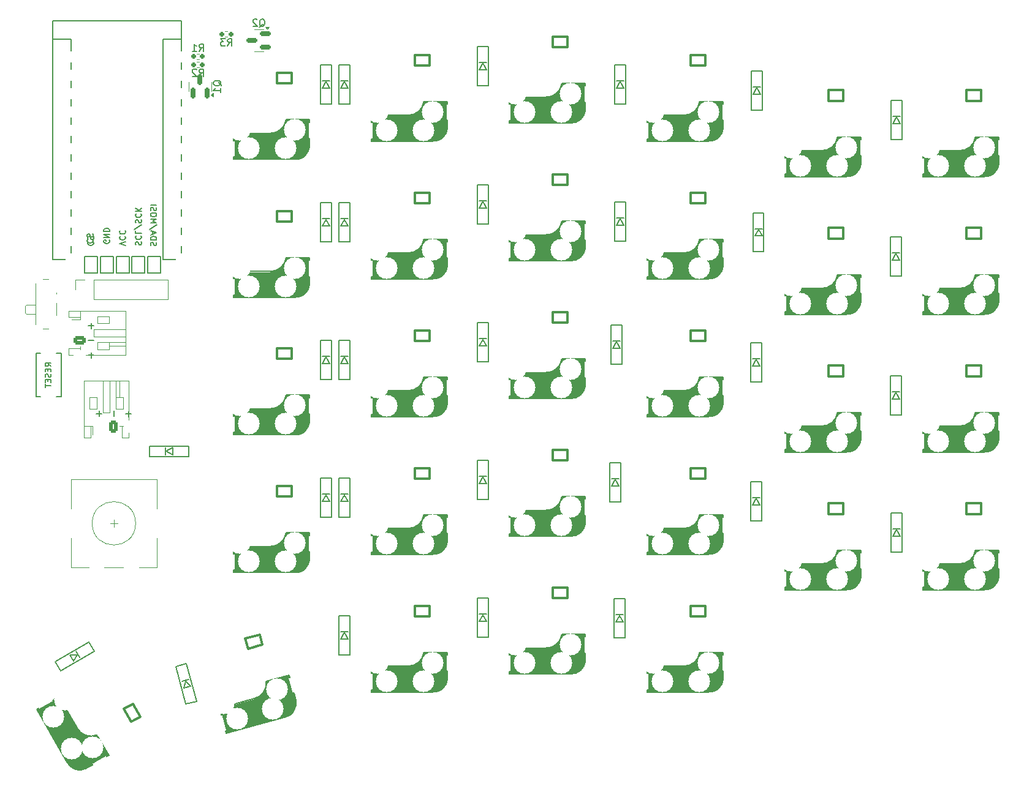
<source format=gbo>
G04 #@! TF.GenerationSoftware,KiCad,Pcbnew,8.99.0-3407-g6a48e2c35a*
G04 #@! TF.CreationDate,2025-03-01T16:00:38+00:00*
G04 #@! TF.ProjectId,DragonBoard,44726167-6f6e-4426-9f61-72642e6b6963,rev?*
G04 #@! TF.SameCoordinates,Original*
G04 #@! TF.FileFunction,Legend,Bot*
G04 #@! TF.FilePolarity,Positive*
%FSLAX46Y46*%
G04 Gerber Fmt 4.6, Leading zero omitted, Abs format (unit mm)*
G04 Created by KiCad (PCBNEW 8.99.0-3407-g6a48e2c35a) date 2025-03-01 16:00:38*
%MOMM*%
%LPD*%
G01*
G04 APERTURE LIST*
G04 Aperture macros list*
%AMRoundRect*
0 Rectangle with rounded corners*
0 $1 Rounding radius*
0 $2 $3 $4 $5 $6 $7 $8 $9 X,Y pos of 4 corners*
0 Add a 4 corners polygon primitive as box body*
4,1,4,$2,$3,$4,$5,$6,$7,$8,$9,$2,$3,0*
0 Add four circle primitives for the rounded corners*
1,1,$1+$1,$2,$3*
1,1,$1+$1,$4,$5*
1,1,$1+$1,$6,$7*
1,1,$1+$1,$8,$9*
0 Add four rect primitives between the rounded corners*
20,1,$1+$1,$2,$3,$4,$5,0*
20,1,$1+$1,$4,$5,$6,$7,0*
20,1,$1+$1,$6,$7,$8,$9,0*
20,1,$1+$1,$8,$9,$2,$3,0*%
%AMRotRect*
0 Rectangle, with rotation*
0 The origin of the aperture is its center*
0 $1 length*
0 $2 width*
0 $3 Rotation angle, in degrees counterclockwise*
0 Add horizontal line*
21,1,$1,$2,0,0,$3*%
G04 Aperture macros list end*
%ADD10C,0.150000*%
%ADD11C,0.120000*%
%ADD12C,0.400000*%
%ADD13C,0.500000*%
%ADD14C,1.000000*%
%ADD15C,3.500000*%
%ADD16C,0.300000*%
%ADD17C,3.000000*%
%ADD18C,0.800000*%
%ADD19C,1.524000*%
%ADD20RoundRect,0.160000X-0.197500X-0.160000X0.197500X-0.160000X0.197500X0.160000X-0.197500X0.160000X0*%
%ADD21RoundRect,0.150000X0.587500X0.150000X-0.587500X0.150000X-0.587500X-0.150000X0.587500X-0.150000X0*%
%ADD22C,4.700000*%
%ADD23R,0.950000X1.300000*%
%ADD24R,1.300000X0.950000*%
%ADD25RotRect,1.300000X0.950000X210.000000*%
%ADD26C,4.000000*%
%ADD27C,1.397000*%
%ADD28C,2.000000*%
%ADD29R,2.000000X3.200000*%
%ADD30RotRect,1.300000X0.950000X285.000000*%
%ADD31C,1.900000*%
%ADD32C,1.700000*%
%ADD33C,3.000000*%
%ADD34C,4.100000*%
%ADD35R,1.600000X1.000000*%
%ADD36R,2.300000X2.000000*%
%ADD37RotRect,1.600000X1.000000X120.000000*%
%ADD38RotRect,2.300000X2.000000X300.000000*%
%ADD39RoundRect,0.250000X0.625000X-0.350000X0.625000X0.350000X-0.625000X0.350000X-0.625000X-0.350000X0*%
%ADD40O,1.750000X1.200000*%
%ADD41C,0.900000*%
%ADD42RoundRect,0.250000X0.350000X0.625000X-0.350000X0.625000X-0.350000X-0.625000X0.350000X-0.625000X0*%
%ADD43O,1.200000X1.750000*%
%ADD44RotRect,1.600000X1.000000X195.000000*%
%ADD45RotRect,2.300000X2.000000X15.000000*%
%ADD46R,1.000000X0.600000*%
%ADD47RoundRect,0.160000X0.197500X0.160000X-0.197500X0.160000X-0.197500X-0.160000X0.197500X-0.160000X0*%
%ADD48RoundRect,0.150000X0.150000X-0.587500X0.150000X0.587500X-0.150000X0.587500X-0.150000X-0.587500X0*%
%ADD49R,0.800000X1.000000*%
%ADD50R,1.500000X0.700000*%
G04 APERTURE END LIST*
D10*
X97356476Y-92180795D02*
X97356476Y-91418891D01*
X97737429Y-91799843D02*
X96975524Y-91799843D01*
X95762871Y-67680753D02*
X95724776Y-67718849D01*
X95724776Y-67718849D02*
X95686680Y-67833134D01*
X95686680Y-67833134D02*
X95686680Y-67909325D01*
X95686680Y-67909325D02*
X95724776Y-68023611D01*
X95724776Y-68023611D02*
X95800966Y-68099801D01*
X95800966Y-68099801D02*
X95877156Y-68137896D01*
X95877156Y-68137896D02*
X96029537Y-68175992D01*
X96029537Y-68175992D02*
X96143823Y-68175992D01*
X96143823Y-68175992D02*
X96296204Y-68137896D01*
X96296204Y-68137896D02*
X96372395Y-68099801D01*
X96372395Y-68099801D02*
X96448585Y-68023611D01*
X96448585Y-68023611D02*
X96486680Y-67909325D01*
X96486680Y-67909325D02*
X96486680Y-67833134D01*
X96486680Y-67833134D02*
X96448585Y-67718849D01*
X96448585Y-67718849D02*
X96410490Y-67680753D01*
X95724776Y-67375992D02*
X95686680Y-67261706D01*
X95686680Y-67261706D02*
X95686680Y-67071230D01*
X95686680Y-67071230D02*
X95724776Y-66995039D01*
X95724776Y-66995039D02*
X95762871Y-66956944D01*
X95762871Y-66956944D02*
X95839061Y-66918849D01*
X95839061Y-66918849D02*
X95915252Y-66918849D01*
X95915252Y-66918849D02*
X95991442Y-66956944D01*
X95991442Y-66956944D02*
X96029537Y-66995039D01*
X96029537Y-66995039D02*
X96067633Y-67071230D01*
X96067633Y-67071230D02*
X96105728Y-67223611D01*
X96105728Y-67223611D02*
X96143823Y-67299801D01*
X96143823Y-67299801D02*
X96181918Y-67337896D01*
X96181918Y-67337896D02*
X96258109Y-67375992D01*
X96258109Y-67375992D02*
X96334299Y-67375992D01*
X96334299Y-67375992D02*
X96410490Y-67337896D01*
X96410490Y-67337896D02*
X96448585Y-67299801D01*
X96448585Y-67299801D02*
X96486680Y-67223611D01*
X96486680Y-67223611D02*
X96486680Y-67033134D01*
X96486680Y-67033134D02*
X96448585Y-66918849D01*
X99416476Y-92180795D02*
X99416476Y-91418891D01*
X95858168Y-81676506D02*
X96620073Y-81676506D01*
X95858168Y-79616506D02*
X96620073Y-79616506D01*
X96239120Y-79997459D02*
X96239120Y-79235554D01*
X101412986Y-92183591D02*
X101412986Y-91421687D01*
X101793939Y-91802639D02*
X101032034Y-91802639D01*
X102414920Y-68458467D02*
X102376824Y-68344181D01*
X102376824Y-68344181D02*
X102376824Y-68153705D01*
X102376824Y-68153705D02*
X102414920Y-68077514D01*
X102414920Y-68077514D02*
X102453015Y-68039419D01*
X102453015Y-68039419D02*
X102529205Y-68001324D01*
X102529205Y-68001324D02*
X102605396Y-68001324D01*
X102605396Y-68001324D02*
X102681586Y-68039419D01*
X102681586Y-68039419D02*
X102719681Y-68077514D01*
X102719681Y-68077514D02*
X102757777Y-68153705D01*
X102757777Y-68153705D02*
X102795872Y-68306086D01*
X102795872Y-68306086D02*
X102833967Y-68382276D01*
X102833967Y-68382276D02*
X102872062Y-68420371D01*
X102872062Y-68420371D02*
X102948253Y-68458467D01*
X102948253Y-68458467D02*
X103024443Y-68458467D01*
X103024443Y-68458467D02*
X103100634Y-68420371D01*
X103100634Y-68420371D02*
X103138729Y-68382276D01*
X103138729Y-68382276D02*
X103176824Y-68306086D01*
X103176824Y-68306086D02*
X103176824Y-68115609D01*
X103176824Y-68115609D02*
X103138729Y-68001324D01*
X102453015Y-67201323D02*
X102414920Y-67239419D01*
X102414920Y-67239419D02*
X102376824Y-67353704D01*
X102376824Y-67353704D02*
X102376824Y-67429895D01*
X102376824Y-67429895D02*
X102414920Y-67544181D01*
X102414920Y-67544181D02*
X102491110Y-67620371D01*
X102491110Y-67620371D02*
X102567300Y-67658466D01*
X102567300Y-67658466D02*
X102719681Y-67696562D01*
X102719681Y-67696562D02*
X102833967Y-67696562D01*
X102833967Y-67696562D02*
X102986348Y-67658466D01*
X102986348Y-67658466D02*
X103062539Y-67620371D01*
X103062539Y-67620371D02*
X103138729Y-67544181D01*
X103138729Y-67544181D02*
X103176824Y-67429895D01*
X103176824Y-67429895D02*
X103176824Y-67353704D01*
X103176824Y-67353704D02*
X103138729Y-67239419D01*
X103138729Y-67239419D02*
X103100634Y-67201323D01*
X102376824Y-66477514D02*
X102376824Y-66858466D01*
X102376824Y-66858466D02*
X103176824Y-66858466D01*
X103214920Y-65639419D02*
X102186348Y-66325133D01*
X102414920Y-65410848D02*
X102376824Y-65296562D01*
X102376824Y-65296562D02*
X102376824Y-65106086D01*
X102376824Y-65106086D02*
X102414920Y-65029895D01*
X102414920Y-65029895D02*
X102453015Y-64991800D01*
X102453015Y-64991800D02*
X102529205Y-64953705D01*
X102529205Y-64953705D02*
X102605396Y-64953705D01*
X102605396Y-64953705D02*
X102681586Y-64991800D01*
X102681586Y-64991800D02*
X102719681Y-65029895D01*
X102719681Y-65029895D02*
X102757777Y-65106086D01*
X102757777Y-65106086D02*
X102795872Y-65258467D01*
X102795872Y-65258467D02*
X102833967Y-65334657D01*
X102833967Y-65334657D02*
X102872062Y-65372752D01*
X102872062Y-65372752D02*
X102948253Y-65410848D01*
X102948253Y-65410848D02*
X103024443Y-65410848D01*
X103024443Y-65410848D02*
X103100634Y-65372752D01*
X103100634Y-65372752D02*
X103138729Y-65334657D01*
X103138729Y-65334657D02*
X103176824Y-65258467D01*
X103176824Y-65258467D02*
X103176824Y-65067990D01*
X103176824Y-65067990D02*
X103138729Y-64953705D01*
X102453015Y-64153704D02*
X102414920Y-64191800D01*
X102414920Y-64191800D02*
X102376824Y-64306085D01*
X102376824Y-64306085D02*
X102376824Y-64382276D01*
X102376824Y-64382276D02*
X102414920Y-64496562D01*
X102414920Y-64496562D02*
X102491110Y-64572752D01*
X102491110Y-64572752D02*
X102567300Y-64610847D01*
X102567300Y-64610847D02*
X102719681Y-64648943D01*
X102719681Y-64648943D02*
X102833967Y-64648943D01*
X102833967Y-64648943D02*
X102986348Y-64610847D01*
X102986348Y-64610847D02*
X103062539Y-64572752D01*
X103062539Y-64572752D02*
X103138729Y-64496562D01*
X103138729Y-64496562D02*
X103176824Y-64382276D01*
X103176824Y-64382276D02*
X103176824Y-64306085D01*
X103176824Y-64306085D02*
X103138729Y-64191800D01*
X103138729Y-64191800D02*
X103100634Y-64153704D01*
X102376824Y-63810847D02*
X103176824Y-63810847D01*
X102376824Y-63353704D02*
X102833967Y-63696562D01*
X103176824Y-63353704D02*
X102719681Y-63810847D01*
X95858168Y-83676506D02*
X96620073Y-83676506D01*
X96239120Y-84057459D02*
X96239120Y-83295554D01*
X100976824Y-68510847D02*
X100176824Y-68244180D01*
X100176824Y-68244180D02*
X100976824Y-67977514D01*
X100253015Y-67253704D02*
X100214920Y-67291800D01*
X100214920Y-67291800D02*
X100176824Y-67406085D01*
X100176824Y-67406085D02*
X100176824Y-67482276D01*
X100176824Y-67482276D02*
X100214920Y-67596562D01*
X100214920Y-67596562D02*
X100291110Y-67672752D01*
X100291110Y-67672752D02*
X100367300Y-67710847D01*
X100367300Y-67710847D02*
X100519681Y-67748943D01*
X100519681Y-67748943D02*
X100633967Y-67748943D01*
X100633967Y-67748943D02*
X100786348Y-67710847D01*
X100786348Y-67710847D02*
X100862539Y-67672752D01*
X100862539Y-67672752D02*
X100938729Y-67596562D01*
X100938729Y-67596562D02*
X100976824Y-67482276D01*
X100976824Y-67482276D02*
X100976824Y-67406085D01*
X100976824Y-67406085D02*
X100938729Y-67291800D01*
X100938729Y-67291800D02*
X100900634Y-67253704D01*
X100253015Y-66453704D02*
X100214920Y-66491800D01*
X100214920Y-66491800D02*
X100176824Y-66606085D01*
X100176824Y-66606085D02*
X100176824Y-66682276D01*
X100176824Y-66682276D02*
X100214920Y-66796562D01*
X100214920Y-66796562D02*
X100291110Y-66872752D01*
X100291110Y-66872752D02*
X100367300Y-66910847D01*
X100367300Y-66910847D02*
X100519681Y-66948943D01*
X100519681Y-66948943D02*
X100633967Y-66948943D01*
X100633967Y-66948943D02*
X100786348Y-66910847D01*
X100786348Y-66910847D02*
X100862539Y-66872752D01*
X100862539Y-66872752D02*
X100938729Y-66796562D01*
X100938729Y-66796562D02*
X100976824Y-66682276D01*
X100976824Y-66682276D02*
X100976824Y-66606085D01*
X100976824Y-66606085D02*
X100938729Y-66491800D01*
X100938729Y-66491800D02*
X100900634Y-66453704D01*
X95853015Y-68015609D02*
X95814920Y-68053705D01*
X95814920Y-68053705D02*
X95776824Y-68167990D01*
X95776824Y-68167990D02*
X95776824Y-68244181D01*
X95776824Y-68244181D02*
X95814920Y-68358467D01*
X95814920Y-68358467D02*
X95891110Y-68434657D01*
X95891110Y-68434657D02*
X95967300Y-68472752D01*
X95967300Y-68472752D02*
X96119681Y-68510848D01*
X96119681Y-68510848D02*
X96233967Y-68510848D01*
X96233967Y-68510848D02*
X96386348Y-68472752D01*
X96386348Y-68472752D02*
X96462539Y-68434657D01*
X96462539Y-68434657D02*
X96538729Y-68358467D01*
X96538729Y-68358467D02*
X96576824Y-68244181D01*
X96576824Y-68244181D02*
X96576824Y-68167990D01*
X96576824Y-68167990D02*
X96538729Y-68053705D01*
X96538729Y-68053705D02*
X96500634Y-68015609D01*
X95814920Y-67710848D02*
X95776824Y-67596562D01*
X95776824Y-67596562D02*
X95776824Y-67406086D01*
X95776824Y-67406086D02*
X95814920Y-67329895D01*
X95814920Y-67329895D02*
X95853015Y-67291800D01*
X95853015Y-67291800D02*
X95929205Y-67253705D01*
X95929205Y-67253705D02*
X96005396Y-67253705D01*
X96005396Y-67253705D02*
X96081586Y-67291800D01*
X96081586Y-67291800D02*
X96119681Y-67329895D01*
X96119681Y-67329895D02*
X96157777Y-67406086D01*
X96157777Y-67406086D02*
X96195872Y-67558467D01*
X96195872Y-67558467D02*
X96233967Y-67634657D01*
X96233967Y-67634657D02*
X96272062Y-67672752D01*
X96272062Y-67672752D02*
X96348253Y-67710848D01*
X96348253Y-67710848D02*
X96424443Y-67710848D01*
X96424443Y-67710848D02*
X96500634Y-67672752D01*
X96500634Y-67672752D02*
X96538729Y-67634657D01*
X96538729Y-67634657D02*
X96576824Y-67558467D01*
X96576824Y-67558467D02*
X96576824Y-67367990D01*
X96576824Y-67367990D02*
X96538729Y-67253705D01*
X104514920Y-68529895D02*
X104476824Y-68415609D01*
X104476824Y-68415609D02*
X104476824Y-68225133D01*
X104476824Y-68225133D02*
X104514920Y-68148942D01*
X104514920Y-68148942D02*
X104553015Y-68110847D01*
X104553015Y-68110847D02*
X104629205Y-68072752D01*
X104629205Y-68072752D02*
X104705396Y-68072752D01*
X104705396Y-68072752D02*
X104781586Y-68110847D01*
X104781586Y-68110847D02*
X104819681Y-68148942D01*
X104819681Y-68148942D02*
X104857777Y-68225133D01*
X104857777Y-68225133D02*
X104895872Y-68377514D01*
X104895872Y-68377514D02*
X104933967Y-68453704D01*
X104933967Y-68453704D02*
X104972062Y-68491799D01*
X104972062Y-68491799D02*
X105048253Y-68529895D01*
X105048253Y-68529895D02*
X105124443Y-68529895D01*
X105124443Y-68529895D02*
X105200634Y-68491799D01*
X105200634Y-68491799D02*
X105238729Y-68453704D01*
X105238729Y-68453704D02*
X105276824Y-68377514D01*
X105276824Y-68377514D02*
X105276824Y-68187037D01*
X105276824Y-68187037D02*
X105238729Y-68072752D01*
X104476824Y-67729894D02*
X105276824Y-67729894D01*
X105276824Y-67729894D02*
X105276824Y-67539418D01*
X105276824Y-67539418D02*
X105238729Y-67425132D01*
X105238729Y-67425132D02*
X105162539Y-67348942D01*
X105162539Y-67348942D02*
X105086348Y-67310847D01*
X105086348Y-67310847D02*
X104933967Y-67272751D01*
X104933967Y-67272751D02*
X104819681Y-67272751D01*
X104819681Y-67272751D02*
X104667300Y-67310847D01*
X104667300Y-67310847D02*
X104591110Y-67348942D01*
X104591110Y-67348942D02*
X104514920Y-67425132D01*
X104514920Y-67425132D02*
X104476824Y-67539418D01*
X104476824Y-67539418D02*
X104476824Y-67729894D01*
X104705396Y-66967990D02*
X104705396Y-66587037D01*
X104476824Y-67044180D02*
X105276824Y-66777513D01*
X105276824Y-66777513D02*
X104476824Y-66510847D01*
X105314920Y-65672752D02*
X104286348Y-66358466D01*
X104476824Y-65406085D02*
X105276824Y-65406085D01*
X105276824Y-65406085D02*
X104705396Y-65139419D01*
X104705396Y-65139419D02*
X105276824Y-64872752D01*
X105276824Y-64872752D02*
X104476824Y-64872752D01*
X105276824Y-64339418D02*
X105276824Y-64187037D01*
X105276824Y-64187037D02*
X105238729Y-64110847D01*
X105238729Y-64110847D02*
X105162539Y-64034656D01*
X105162539Y-64034656D02*
X105010158Y-63996561D01*
X105010158Y-63996561D02*
X104743491Y-63996561D01*
X104743491Y-63996561D02*
X104591110Y-64034656D01*
X104591110Y-64034656D02*
X104514920Y-64110847D01*
X104514920Y-64110847D02*
X104476824Y-64187037D01*
X104476824Y-64187037D02*
X104476824Y-64339418D01*
X104476824Y-64339418D02*
X104514920Y-64415609D01*
X104514920Y-64415609D02*
X104591110Y-64491799D01*
X104591110Y-64491799D02*
X104743491Y-64529895D01*
X104743491Y-64529895D02*
X105010158Y-64529895D01*
X105010158Y-64529895D02*
X105162539Y-64491799D01*
X105162539Y-64491799D02*
X105238729Y-64415609D01*
X105238729Y-64415609D02*
X105276824Y-64339418D01*
X104514920Y-63691800D02*
X104476824Y-63577514D01*
X104476824Y-63577514D02*
X104476824Y-63387038D01*
X104476824Y-63387038D02*
X104514920Y-63310847D01*
X104514920Y-63310847D02*
X104553015Y-63272752D01*
X104553015Y-63272752D02*
X104629205Y-63234657D01*
X104629205Y-63234657D02*
X104705396Y-63234657D01*
X104705396Y-63234657D02*
X104781586Y-63272752D01*
X104781586Y-63272752D02*
X104819681Y-63310847D01*
X104819681Y-63310847D02*
X104857777Y-63387038D01*
X104857777Y-63387038D02*
X104895872Y-63539419D01*
X104895872Y-63539419D02*
X104933967Y-63615609D01*
X104933967Y-63615609D02*
X104972062Y-63653704D01*
X104972062Y-63653704D02*
X105048253Y-63691800D01*
X105048253Y-63691800D02*
X105124443Y-63691800D01*
X105124443Y-63691800D02*
X105200634Y-63653704D01*
X105200634Y-63653704D02*
X105238729Y-63615609D01*
X105238729Y-63615609D02*
X105276824Y-63539419D01*
X105276824Y-63539419D02*
X105276824Y-63348942D01*
X105276824Y-63348942D02*
X105238729Y-63234657D01*
X104476824Y-62891799D02*
X105276824Y-62891799D01*
X98748585Y-67795039D02*
X98786680Y-67871229D01*
X98786680Y-67871229D02*
X98786680Y-67985515D01*
X98786680Y-67985515D02*
X98748585Y-68099801D01*
X98748585Y-68099801D02*
X98672395Y-68175991D01*
X98672395Y-68175991D02*
X98596204Y-68214086D01*
X98596204Y-68214086D02*
X98443823Y-68252182D01*
X98443823Y-68252182D02*
X98329537Y-68252182D01*
X98329537Y-68252182D02*
X98177156Y-68214086D01*
X98177156Y-68214086D02*
X98100966Y-68175991D01*
X98100966Y-68175991D02*
X98024776Y-68099801D01*
X98024776Y-68099801D02*
X97986680Y-67985515D01*
X97986680Y-67985515D02*
X97986680Y-67909324D01*
X97986680Y-67909324D02*
X98024776Y-67795039D01*
X98024776Y-67795039D02*
X98062871Y-67756943D01*
X98062871Y-67756943D02*
X98329537Y-67756943D01*
X98329537Y-67756943D02*
X98329537Y-67909324D01*
X97986680Y-67414086D02*
X98786680Y-67414086D01*
X98786680Y-67414086D02*
X97986680Y-66956943D01*
X97986680Y-66956943D02*
X98786680Y-66956943D01*
X97986680Y-66575991D02*
X98786680Y-66575991D01*
X98786680Y-66575991D02*
X98786680Y-66385515D01*
X98786680Y-66385515D02*
X98748585Y-66271229D01*
X98748585Y-66271229D02*
X98672395Y-66195039D01*
X98672395Y-66195039D02*
X98596204Y-66156944D01*
X98596204Y-66156944D02*
X98443823Y-66118848D01*
X98443823Y-66118848D02*
X98329537Y-66118848D01*
X98329537Y-66118848D02*
X98177156Y-66156944D01*
X98177156Y-66156944D02*
X98100966Y-66195039D01*
X98100966Y-66195039D02*
X98024776Y-66271229D01*
X98024776Y-66271229D02*
X97986680Y-66385515D01*
X97986680Y-66385515D02*
X97986680Y-66575991D01*
X115103286Y-40927459D02*
X115436619Y-40451268D01*
X115674714Y-40927459D02*
X115674714Y-39927459D01*
X115674714Y-39927459D02*
X115293762Y-39927459D01*
X115293762Y-39927459D02*
X115198524Y-39975078D01*
X115198524Y-39975078D02*
X115150905Y-40022697D01*
X115150905Y-40022697D02*
X115103286Y-40117935D01*
X115103286Y-40117935D02*
X115103286Y-40260792D01*
X115103286Y-40260792D02*
X115150905Y-40356030D01*
X115150905Y-40356030D02*
X115198524Y-40403649D01*
X115198524Y-40403649D02*
X115293762Y-40451268D01*
X115293762Y-40451268D02*
X115674714Y-40451268D01*
X114769952Y-39927459D02*
X114150905Y-39927459D01*
X114150905Y-39927459D02*
X114484238Y-40308411D01*
X114484238Y-40308411D02*
X114341381Y-40308411D01*
X114341381Y-40308411D02*
X114246143Y-40356030D01*
X114246143Y-40356030D02*
X114198524Y-40403649D01*
X114198524Y-40403649D02*
X114150905Y-40498887D01*
X114150905Y-40498887D02*
X114150905Y-40736982D01*
X114150905Y-40736982D02*
X114198524Y-40832220D01*
X114198524Y-40832220D02*
X114246143Y-40879840D01*
X114246143Y-40879840D02*
X114341381Y-40927459D01*
X114341381Y-40927459D02*
X114627095Y-40927459D01*
X114627095Y-40927459D02*
X114722333Y-40879840D01*
X114722333Y-40879840D02*
X114769952Y-40832220D01*
X119496858Y-38302697D02*
X119592096Y-38255078D01*
X119592096Y-38255078D02*
X119687334Y-38159840D01*
X119687334Y-38159840D02*
X119830191Y-38016982D01*
X119830191Y-38016982D02*
X119925429Y-37969363D01*
X119925429Y-37969363D02*
X120020667Y-37969363D01*
X119973048Y-38207459D02*
X120068286Y-38159840D01*
X120068286Y-38159840D02*
X120163524Y-38064601D01*
X120163524Y-38064601D02*
X120211143Y-37874125D01*
X120211143Y-37874125D02*
X120211143Y-37540792D01*
X120211143Y-37540792D02*
X120163524Y-37350316D01*
X120163524Y-37350316D02*
X120068286Y-37255078D01*
X120068286Y-37255078D02*
X119973048Y-37207459D01*
X119973048Y-37207459D02*
X119782572Y-37207459D01*
X119782572Y-37207459D02*
X119687334Y-37255078D01*
X119687334Y-37255078D02*
X119592096Y-37350316D01*
X119592096Y-37350316D02*
X119544477Y-37540792D01*
X119544477Y-37540792D02*
X119544477Y-37874125D01*
X119544477Y-37874125D02*
X119592096Y-38064601D01*
X119592096Y-38064601D02*
X119687334Y-38159840D01*
X119687334Y-38159840D02*
X119782572Y-38207459D01*
X119782572Y-38207459D02*
X119973048Y-38207459D01*
X119163524Y-37302697D02*
X119115905Y-37255078D01*
X119115905Y-37255078D02*
X119020667Y-37207459D01*
X119020667Y-37207459D02*
X118782572Y-37207459D01*
X118782572Y-37207459D02*
X118687334Y-37255078D01*
X118687334Y-37255078D02*
X118639715Y-37302697D01*
X118639715Y-37302697D02*
X118592096Y-37397935D01*
X118592096Y-37397935D02*
X118592096Y-37493173D01*
X118592096Y-37493173D02*
X118639715Y-37636030D01*
X118639715Y-37636030D02*
X119211143Y-38207459D01*
X119211143Y-38207459D02*
X118592096Y-38207459D01*
X90701415Y-85240735D02*
X90320462Y-84974068D01*
X90701415Y-84783592D02*
X89901415Y-84783592D01*
X89901415Y-84783592D02*
X89901415Y-85088354D01*
X89901415Y-85088354D02*
X89939510Y-85164544D01*
X89939510Y-85164544D02*
X89977605Y-85202639D01*
X89977605Y-85202639D02*
X90053796Y-85240735D01*
X90053796Y-85240735D02*
X90168081Y-85240735D01*
X90168081Y-85240735D02*
X90244272Y-85202639D01*
X90244272Y-85202639D02*
X90282367Y-85164544D01*
X90282367Y-85164544D02*
X90320462Y-85088354D01*
X90320462Y-85088354D02*
X90320462Y-84783592D01*
X90282367Y-85583592D02*
X90282367Y-85850258D01*
X90701415Y-85964544D02*
X90701415Y-85583592D01*
X90701415Y-85583592D02*
X89901415Y-85583592D01*
X89901415Y-85583592D02*
X89901415Y-85964544D01*
X90663320Y-86269306D02*
X90701415Y-86383592D01*
X90701415Y-86383592D02*
X90701415Y-86574068D01*
X90701415Y-86574068D02*
X90663320Y-86650259D01*
X90663320Y-86650259D02*
X90625224Y-86688354D01*
X90625224Y-86688354D02*
X90549034Y-86726449D01*
X90549034Y-86726449D02*
X90472843Y-86726449D01*
X90472843Y-86726449D02*
X90396653Y-86688354D01*
X90396653Y-86688354D02*
X90358558Y-86650259D01*
X90358558Y-86650259D02*
X90320462Y-86574068D01*
X90320462Y-86574068D02*
X90282367Y-86421687D01*
X90282367Y-86421687D02*
X90244272Y-86345497D01*
X90244272Y-86345497D02*
X90206177Y-86307402D01*
X90206177Y-86307402D02*
X90129986Y-86269306D01*
X90129986Y-86269306D02*
X90053796Y-86269306D01*
X90053796Y-86269306D02*
X89977605Y-86307402D01*
X89977605Y-86307402D02*
X89939510Y-86345497D01*
X89939510Y-86345497D02*
X89901415Y-86421687D01*
X89901415Y-86421687D02*
X89901415Y-86612164D01*
X89901415Y-86612164D02*
X89939510Y-86726449D01*
X90282367Y-87069307D02*
X90282367Y-87335973D01*
X90701415Y-87450259D02*
X90701415Y-87069307D01*
X90701415Y-87069307D02*
X89901415Y-87069307D01*
X89901415Y-87069307D02*
X89901415Y-87450259D01*
X89901415Y-87678831D02*
X89901415Y-88135974D01*
X90701415Y-87907402D02*
X89901415Y-87907402D01*
X111185952Y-45127783D02*
X111519285Y-44651592D01*
X111757380Y-45127783D02*
X111757380Y-44127783D01*
X111757380Y-44127783D02*
X111376428Y-44127783D01*
X111376428Y-44127783D02*
X111281190Y-44175402D01*
X111281190Y-44175402D02*
X111233571Y-44223021D01*
X111233571Y-44223021D02*
X111185952Y-44318259D01*
X111185952Y-44318259D02*
X111185952Y-44461116D01*
X111185952Y-44461116D02*
X111233571Y-44556354D01*
X111233571Y-44556354D02*
X111281190Y-44603973D01*
X111281190Y-44603973D02*
X111376428Y-44651592D01*
X111376428Y-44651592D02*
X111757380Y-44651592D01*
X110804999Y-44223021D02*
X110757380Y-44175402D01*
X110757380Y-44175402D02*
X110662142Y-44127783D01*
X110662142Y-44127783D02*
X110424047Y-44127783D01*
X110424047Y-44127783D02*
X110328809Y-44175402D01*
X110328809Y-44175402D02*
X110281190Y-44223021D01*
X110281190Y-44223021D02*
X110233571Y-44318259D01*
X110233571Y-44318259D02*
X110233571Y-44413497D01*
X110233571Y-44413497D02*
X110281190Y-44556354D01*
X110281190Y-44556354D02*
X110852618Y-45127783D01*
X110852618Y-45127783D02*
X110233571Y-45127783D01*
X111185952Y-41673869D02*
X111519285Y-41197678D01*
X111757380Y-41673869D02*
X111757380Y-40673869D01*
X111757380Y-40673869D02*
X111376428Y-40673869D01*
X111376428Y-40673869D02*
X111281190Y-40721488D01*
X111281190Y-40721488D02*
X111233571Y-40769107D01*
X111233571Y-40769107D02*
X111185952Y-40864345D01*
X111185952Y-40864345D02*
X111185952Y-41007202D01*
X111185952Y-41007202D02*
X111233571Y-41102440D01*
X111233571Y-41102440D02*
X111281190Y-41150059D01*
X111281190Y-41150059D02*
X111376428Y-41197678D01*
X111376428Y-41197678D02*
X111757380Y-41197678D01*
X110233571Y-41673869D02*
X110804999Y-41673869D01*
X110519285Y-41673869D02*
X110519285Y-40673869D01*
X110519285Y-40673869D02*
X110614523Y-40816726D01*
X110614523Y-40816726D02*
X110709761Y-40911964D01*
X110709761Y-40911964D02*
X110804999Y-40959583D01*
X114239177Y-46444901D02*
X114191558Y-46349663D01*
X114191558Y-46349663D02*
X114096320Y-46254425D01*
X114096320Y-46254425D02*
X113953462Y-46111568D01*
X113953462Y-46111568D02*
X113905843Y-46016330D01*
X113905843Y-46016330D02*
X113905843Y-45921092D01*
X114143939Y-45968711D02*
X114096320Y-45873473D01*
X114096320Y-45873473D02*
X114001081Y-45778235D01*
X114001081Y-45778235D02*
X113810605Y-45730616D01*
X113810605Y-45730616D02*
X113477272Y-45730616D01*
X113477272Y-45730616D02*
X113286796Y-45778235D01*
X113286796Y-45778235D02*
X113191558Y-45873473D01*
X113191558Y-45873473D02*
X113143939Y-45968711D01*
X113143939Y-45968711D02*
X113143939Y-46159187D01*
X113143939Y-46159187D02*
X113191558Y-46254425D01*
X113191558Y-46254425D02*
X113286796Y-46349663D01*
X113286796Y-46349663D02*
X113477272Y-46397282D01*
X113477272Y-46397282D02*
X113810605Y-46397282D01*
X113810605Y-46397282D02*
X114001081Y-46349663D01*
X114001081Y-46349663D02*
X114096320Y-46254425D01*
X114096320Y-46254425D02*
X114143939Y-46159187D01*
X114143939Y-46159187D02*
X114143939Y-45968711D01*
X114143939Y-47349663D02*
X114143939Y-46778235D01*
X114143939Y-47063949D02*
X113143939Y-47063949D01*
X113143939Y-47063949D02*
X113286796Y-46968711D01*
X113286796Y-46968711D02*
X113382034Y-46873473D01*
X113382034Y-46873473D02*
X113429653Y-46778235D01*
D11*
X114768999Y-39682640D02*
X115104241Y-39682640D01*
X114768999Y-38922640D02*
X115104241Y-38922640D01*
X120564120Y-38642640D02*
X120324120Y-38312640D01*
X120804120Y-38312640D01*
X120564120Y-38642640D01*
G36*
X120564120Y-38642640D02*
G01*
X120324120Y-38312640D01*
X120804120Y-38312640D01*
X120564120Y-38642640D01*
G37*
X119401620Y-41712640D02*
X120051620Y-41712640D01*
X119401620Y-41712640D02*
X118751620Y-41712640D01*
X119401620Y-38592640D02*
X120051620Y-38592640D01*
X119401620Y-38592640D02*
X118751620Y-38592640D01*
D10*
X90910000Y-37420000D02*
X108690000Y-37420000D01*
X90910000Y-39960000D02*
X93450000Y-39960000D01*
X90910000Y-70440000D02*
X90910000Y-37420000D01*
X90910000Y-70440000D02*
X90910000Y-39960000D01*
X93450000Y-39960000D02*
X93450000Y-70440000D01*
X93450000Y-70440000D02*
X90910000Y-70440000D01*
X106150000Y-39960000D02*
X108690000Y-39960000D01*
X106150000Y-70440000D02*
X106150000Y-39960000D01*
X108690000Y-37420000D02*
X108690000Y-70440000D01*
X108690000Y-39960000D02*
X108690000Y-70440000D01*
X108690000Y-70440000D02*
X106150000Y-70440000D01*
X127955000Y-43527000D02*
X127955000Y-48927000D01*
X127955000Y-48927000D02*
X129455000Y-48927000D01*
X128205000Y-46727000D02*
X128705000Y-45827000D01*
X128705000Y-45827000D02*
X129205000Y-46727000D01*
X129205000Y-45727000D02*
X128205000Y-45727000D01*
X129205000Y-46727000D02*
X128205000Y-46727000D01*
X129455000Y-43527000D02*
X127955000Y-43527000D01*
X129455000Y-48927000D02*
X129455000Y-43527000D01*
X130495000Y-43530000D02*
X130495000Y-48930000D01*
X130495000Y-48930000D02*
X131995000Y-48930000D01*
X130745000Y-46730000D02*
X131245000Y-45830000D01*
X131245000Y-45830000D02*
X131745000Y-46730000D01*
X131745000Y-45730000D02*
X130745000Y-45730000D01*
X131745000Y-46730000D02*
X130745000Y-46730000D01*
X131995000Y-43530000D02*
X130495000Y-43530000D01*
X131995000Y-48930000D02*
X131995000Y-43530000D01*
X149595000Y-41030000D02*
X149595000Y-46430000D01*
X149595000Y-46430000D02*
X151095000Y-46430000D01*
X149845000Y-44230000D02*
X150345000Y-43330000D01*
X150345000Y-43330000D02*
X150845000Y-44230000D01*
X150845000Y-43230000D02*
X149845000Y-43230000D01*
X150845000Y-44230000D02*
X149845000Y-44230000D01*
X151095000Y-41030000D02*
X149595000Y-41030000D01*
X151095000Y-46430000D02*
X151095000Y-41030000D01*
X168595000Y-43530000D02*
X168595000Y-48930000D01*
X168595000Y-48930000D02*
X170095000Y-48930000D01*
X168845000Y-46730000D02*
X169345000Y-45830000D01*
X169345000Y-45830000D02*
X169845000Y-46730000D01*
X169845000Y-45730000D02*
X168845000Y-45730000D01*
X169845000Y-46730000D02*
X168845000Y-46730000D01*
X170095000Y-43530000D02*
X168595000Y-43530000D01*
X170095000Y-48930000D02*
X170095000Y-43530000D01*
X187489100Y-44402600D02*
X187489100Y-49802600D01*
X187489100Y-49802600D02*
X188989100Y-49802600D01*
X187739100Y-47602600D02*
X188239100Y-46702600D01*
X188239100Y-46702600D02*
X188739100Y-47602600D01*
X188739100Y-46602600D02*
X187739100Y-46602600D01*
X188739100Y-47602600D02*
X187739100Y-47602600D01*
X188989100Y-44402600D02*
X187489100Y-44402600D01*
X188989100Y-49802600D02*
X188989100Y-44402600D01*
X206795000Y-48430000D02*
X206795000Y-53830000D01*
X206795000Y-53830000D02*
X208295000Y-53830000D01*
X207045000Y-51630000D02*
X207545000Y-50730000D01*
X207545000Y-50730000D02*
X208045000Y-51630000D01*
X208045000Y-50630000D02*
X207045000Y-50630000D01*
X208045000Y-51630000D02*
X207045000Y-51630000D01*
X208295000Y-48430000D02*
X206795000Y-48430000D01*
X208295000Y-53830000D02*
X208295000Y-48430000D01*
X127955000Y-81630000D02*
X127955000Y-87030000D01*
X127955000Y-87030000D02*
X129455000Y-87030000D01*
X128205000Y-84830000D02*
X128705000Y-83930000D01*
X128705000Y-83930000D02*
X129205000Y-84830000D01*
X129205000Y-83830000D02*
X128205000Y-83830000D01*
X129205000Y-84830000D02*
X128205000Y-84830000D01*
X129455000Y-81630000D02*
X127955000Y-81630000D01*
X129455000Y-87030000D02*
X129455000Y-81630000D01*
X127955000Y-100730000D02*
X127955000Y-106130000D01*
X127955000Y-106130000D02*
X129455000Y-106130000D01*
X128205000Y-103930000D02*
X128705000Y-103030000D01*
X128705000Y-103030000D02*
X129205000Y-103930000D01*
X129205000Y-102930000D02*
X128205000Y-102930000D01*
X129205000Y-103930000D02*
X128205000Y-103930000D01*
X129455000Y-100730000D02*
X127955000Y-100730000D01*
X129455000Y-106130000D02*
X129455000Y-100730000D01*
X104300000Y-96250000D02*
X104300000Y-97750000D01*
X104300000Y-97750000D02*
X109700000Y-97750000D01*
X106500000Y-96500000D02*
X106500000Y-97500000D01*
X106600000Y-97000000D02*
X107500000Y-96500000D01*
X107500000Y-96500000D02*
X107500000Y-97500000D01*
X107500000Y-97500000D02*
X106600000Y-97000000D01*
X109700000Y-96250000D02*
X104300000Y-96250000D01*
X109700000Y-97750000D02*
X109700000Y-96250000D01*
X91293731Y-126051481D02*
X92043731Y-127350519D01*
X92043731Y-127350519D02*
X96720269Y-124650519D01*
X93323987Y-125167987D02*
X94353410Y-125151000D01*
X93823987Y-126034013D02*
X93323987Y-125167987D01*
X94353410Y-125151000D02*
X93823987Y-126034013D01*
X94690013Y-125534013D02*
X94190013Y-124667987D01*
X95970269Y-123351481D02*
X91293731Y-126051481D01*
X96720269Y-124650519D02*
X95970269Y-123351481D01*
D11*
X94029400Y-73270000D02*
X94029400Y-74600000D01*
X95359400Y-73270000D02*
X94029400Y-73270000D01*
X96629400Y-73270000D02*
X96629400Y-75930000D01*
X96629400Y-73270000D02*
X106849400Y-73270000D01*
X96629400Y-75930000D02*
X106849400Y-75930000D01*
X106849400Y-73270000D02*
X106849400Y-75930000D01*
X93489121Y-104952640D02*
X93489121Y-100852640D01*
X93489121Y-113052640D02*
X93489121Y-108952640D01*
X95889121Y-113052640D02*
X93489121Y-113052640D01*
X99389121Y-106452640D02*
X99389121Y-107452640D01*
X99889121Y-106952640D02*
X98889121Y-106952640D01*
X100689121Y-113052640D02*
X98089121Y-113052640D01*
X105289121Y-100852640D02*
X93489121Y-100852640D01*
X105289121Y-104952640D02*
X105289121Y-100852640D01*
X105289121Y-108952640D02*
X105289121Y-113052640D01*
X105289121Y-113052640D02*
X102889121Y-113052640D01*
X102389121Y-106952640D02*
G75*
G02*
X96389121Y-106952640I-3000000J0D01*
G01*
X96389121Y-106952640D02*
G75*
G02*
X102389121Y-106952640I3000000J0D01*
G01*
D10*
X127955000Y-62630000D02*
X127955000Y-68030000D01*
X127955000Y-68030000D02*
X129455000Y-68030000D01*
X128205000Y-65830000D02*
X128705000Y-64930000D01*
X128705000Y-64930000D02*
X129205000Y-65830000D01*
X129205000Y-64830000D02*
X128205000Y-64830000D01*
X129205000Y-65830000D02*
X128205000Y-65830000D01*
X129455000Y-62630000D02*
X127955000Y-62630000D01*
X129455000Y-68030000D02*
X129455000Y-62630000D01*
X130495000Y-62630000D02*
X130495000Y-68030000D01*
X130495000Y-68030000D02*
X131995000Y-68030000D01*
X130745000Y-65830000D02*
X131245000Y-64930000D01*
X131245000Y-64930000D02*
X131745000Y-65830000D01*
X131745000Y-64830000D02*
X130745000Y-64830000D01*
X131745000Y-65830000D02*
X130745000Y-65830000D01*
X131995000Y-62630000D02*
X130495000Y-62630000D01*
X131995000Y-68030000D02*
X131995000Y-62630000D01*
X149595000Y-60120000D02*
X149595000Y-65520000D01*
X149595000Y-65520000D02*
X151095000Y-65520000D01*
X149845000Y-63320000D02*
X150345000Y-62420000D01*
X150345000Y-62420000D02*
X150845000Y-63320000D01*
X150845000Y-62320000D02*
X149845000Y-62320000D01*
X150845000Y-63320000D02*
X149845000Y-63320000D01*
X151095000Y-60120000D02*
X149595000Y-60120000D01*
X151095000Y-65520000D02*
X151095000Y-60120000D01*
X168595000Y-62530000D02*
X168595000Y-67930000D01*
X168595000Y-67930000D02*
X170095000Y-67930000D01*
X168845000Y-65730000D02*
X169345000Y-64830000D01*
X169345000Y-64830000D02*
X169845000Y-65730000D01*
X169845000Y-64730000D02*
X168845000Y-64730000D01*
X169845000Y-65730000D02*
X168845000Y-65730000D01*
X170095000Y-62530000D02*
X168595000Y-62530000D01*
X170095000Y-67930000D02*
X170095000Y-62530000D01*
X187689100Y-64002600D02*
X187689100Y-69402600D01*
X187689100Y-69402600D02*
X189189100Y-69402600D01*
X187939100Y-67202600D02*
X188439100Y-66302600D01*
X188439100Y-66302600D02*
X188939100Y-67202600D01*
X188939100Y-66202600D02*
X187939100Y-66202600D01*
X188939100Y-67202600D02*
X187939100Y-67202600D01*
X189189100Y-64002600D02*
X187689100Y-64002600D01*
X189189100Y-69402600D02*
X189189100Y-64002600D01*
X206695000Y-67330000D02*
X206695000Y-72730000D01*
X206695000Y-72730000D02*
X208195000Y-72730000D01*
X206945000Y-70530000D02*
X207445000Y-69630000D01*
X207445000Y-69630000D02*
X207945000Y-70530000D01*
X207945000Y-69530000D02*
X206945000Y-69530000D01*
X207945000Y-70530000D02*
X206945000Y-70530000D01*
X208195000Y-67330000D02*
X206695000Y-67330000D01*
X208195000Y-72730000D02*
X208195000Y-67330000D01*
X107950744Y-126747115D02*
X109348367Y-131963114D01*
X109020447Y-129773372D02*
X109270472Y-128774630D01*
X109270472Y-128774630D02*
X109986372Y-129514553D01*
X109348367Y-131963114D02*
X110797256Y-131574885D01*
X109399633Y-126358886D02*
X107950744Y-126747115D01*
X109727553Y-128548628D02*
X108761628Y-128807447D01*
X109986372Y-129514553D02*
X109020447Y-129773372D01*
X110797256Y-131574885D02*
X109399633Y-126358886D01*
X149595000Y-79220000D02*
X149595000Y-84620000D01*
X149595000Y-84620000D02*
X151095000Y-84620000D01*
X149845000Y-82420000D02*
X150345000Y-81520000D01*
X150345000Y-81520000D02*
X150845000Y-82420000D01*
X150845000Y-81420000D02*
X149845000Y-81420000D01*
X150845000Y-82420000D02*
X149845000Y-82420000D01*
X151095000Y-79220000D02*
X149595000Y-79220000D01*
X151095000Y-84620000D02*
X151095000Y-79220000D01*
X168089100Y-79502600D02*
X168089100Y-84902600D01*
X168089100Y-84902600D02*
X169589100Y-84902600D01*
X168339100Y-82702600D02*
X168839100Y-81802600D01*
X168839100Y-81802600D02*
X169339100Y-82702600D01*
X169339100Y-81702600D02*
X168339100Y-81702600D01*
X169339100Y-82702600D02*
X168339100Y-82702600D01*
X169589100Y-79502600D02*
X168089100Y-79502600D01*
X169589100Y-84902600D02*
X169589100Y-79502600D01*
X187389100Y-82002600D02*
X187389100Y-87402600D01*
X187389100Y-87402600D02*
X188889100Y-87402600D01*
X187639100Y-85202600D02*
X188139100Y-84302600D01*
X188139100Y-84302600D02*
X188639100Y-85202600D01*
X188639100Y-84202600D02*
X187639100Y-84202600D01*
X188639100Y-85202600D02*
X187639100Y-85202600D01*
X188889100Y-82002600D02*
X187389100Y-82002600D01*
X188889100Y-87402600D02*
X188889100Y-82002600D01*
X206695000Y-86530000D02*
X206695000Y-91930000D01*
X206695000Y-91930000D02*
X208195000Y-91930000D01*
X206945000Y-89730000D02*
X207445000Y-88830000D01*
X207445000Y-88830000D02*
X207945000Y-89730000D01*
X207945000Y-88730000D02*
X206945000Y-88730000D01*
X207945000Y-89730000D02*
X206945000Y-89730000D01*
X208195000Y-86530000D02*
X206695000Y-86530000D01*
X208195000Y-91930000D02*
X208195000Y-86530000D01*
X130495000Y-119730000D02*
X130495000Y-125130000D01*
X130495000Y-125130000D02*
X131995000Y-125130000D01*
X130745000Y-122930000D02*
X131245000Y-122030000D01*
X131245000Y-122030000D02*
X131745000Y-122930000D01*
X131745000Y-121930000D02*
X130745000Y-121930000D01*
X131745000Y-122930000D02*
X130745000Y-122930000D01*
X131995000Y-119730000D02*
X130495000Y-119730000D01*
X131995000Y-125130000D02*
X131995000Y-119730000D01*
X149595000Y-117320000D02*
X149595000Y-122720000D01*
X149595000Y-122720000D02*
X151095000Y-122720000D01*
X149845000Y-120520000D02*
X150345000Y-119620000D01*
X150345000Y-119620000D02*
X150845000Y-120520000D01*
X150845000Y-119520000D02*
X149845000Y-119520000D01*
X150845000Y-120520000D02*
X149845000Y-120520000D01*
X151095000Y-117320000D02*
X149595000Y-117320000D01*
X151095000Y-122720000D02*
X151095000Y-117320000D01*
X206745000Y-105530000D02*
X206745000Y-110930000D01*
X206745000Y-110930000D02*
X208245000Y-110930000D01*
X206995000Y-108730000D02*
X207495000Y-107830000D01*
X207495000Y-107830000D02*
X207995000Y-108730000D01*
X207995000Y-107730000D02*
X206995000Y-107730000D01*
X207995000Y-108730000D02*
X206995000Y-108730000D01*
X208245000Y-105530000D02*
X206745000Y-105530000D01*
X208245000Y-110930000D02*
X208245000Y-105530000D01*
X130495000Y-100730000D02*
X130495000Y-106130000D01*
X130495000Y-106130000D02*
X131995000Y-106130000D01*
X130745000Y-103930000D02*
X131245000Y-103030000D01*
X131245000Y-103030000D02*
X131745000Y-103930000D01*
X131745000Y-102930000D02*
X130745000Y-102930000D01*
X131745000Y-103930000D02*
X130745000Y-103930000D01*
X131995000Y-100730000D02*
X130495000Y-100730000D01*
X131995000Y-106130000D02*
X131995000Y-100730000D01*
X149595000Y-98220000D02*
X149595000Y-103620000D01*
X149595000Y-103620000D02*
X151095000Y-103620000D01*
X149845000Y-101420000D02*
X150345000Y-100520000D01*
X150345000Y-100520000D02*
X150845000Y-101420000D01*
X150845000Y-100420000D02*
X149845000Y-100420000D01*
X150845000Y-101420000D02*
X149845000Y-101420000D01*
X151095000Y-98220000D02*
X149595000Y-98220000D01*
X151095000Y-103620000D02*
X151095000Y-98220000D01*
X167889100Y-98602600D02*
X167889100Y-104002600D01*
X167889100Y-104002600D02*
X169389100Y-104002600D01*
X168139100Y-101802600D02*
X168639100Y-100902600D01*
X168639100Y-100902600D02*
X169139100Y-101802600D01*
X169139100Y-100802600D02*
X168139100Y-100802600D01*
X169139100Y-101802600D02*
X168139100Y-101802600D01*
X169389100Y-98602600D02*
X167889100Y-98602600D01*
X169389100Y-104002600D02*
X169389100Y-98602600D01*
X187389100Y-101202600D02*
X187389100Y-106602600D01*
X187389100Y-106602600D02*
X188889100Y-106602600D01*
X187639100Y-104402600D02*
X188139100Y-103502600D01*
X188139100Y-103502600D02*
X188639100Y-104402600D01*
X188639100Y-103402600D02*
X187639100Y-103402600D01*
X188639100Y-104402600D02*
X187639100Y-104402600D01*
X188889100Y-101202600D02*
X187389100Y-101202600D01*
X188889100Y-106602600D02*
X188889100Y-101202600D01*
X130495000Y-81630000D02*
X130495000Y-87030000D01*
X130495000Y-87030000D02*
X131995000Y-87030000D01*
X130745000Y-84830000D02*
X131245000Y-83930000D01*
X131245000Y-83930000D02*
X131745000Y-84830000D01*
X131745000Y-83830000D02*
X130745000Y-83830000D01*
X131745000Y-84830000D02*
X130745000Y-84830000D01*
X131995000Y-81630000D02*
X130495000Y-81630000D01*
X131995000Y-87030000D02*
X131995000Y-81630000D01*
X168489100Y-117402600D02*
X168489100Y-122802600D01*
X168489100Y-122802600D02*
X169989100Y-122802600D01*
X168739100Y-120602600D02*
X169239100Y-119702600D01*
X169239100Y-119702600D02*
X169739100Y-120602600D01*
X169739100Y-119602600D02*
X168739100Y-119602600D01*
X169739100Y-120602600D02*
X168739100Y-120602600D01*
X169989100Y-117402600D02*
X168489100Y-117402600D01*
X169989100Y-122802600D02*
X169989100Y-117402600D01*
X173100000Y-126699999D02*
X173100000Y-127699999D01*
X173100000Y-127699999D02*
X173300000Y-127699999D01*
X173100000Y-129949999D02*
X173100000Y-130299999D01*
X173100000Y-130299999D02*
X181500001Y-130299999D01*
D12*
X173300000Y-127599999D02*
X173300000Y-126899999D01*
D10*
X173300000Y-129949999D02*
X173100000Y-129949999D01*
D12*
X173300000Y-130099999D02*
X174700000Y-130099999D01*
D10*
X173320000Y-127699999D02*
X173320000Y-129949999D01*
D13*
X173400000Y-126999999D02*
X174800000Y-126999999D01*
D14*
X173800000Y-129699999D02*
X173800000Y-127199999D01*
D15*
X175100000Y-128499999D02*
X181800000Y-128499999D01*
D10*
X178100000Y-126699999D02*
X173100000Y-126699999D01*
D16*
X179070600Y-118349999D02*
X181120600Y-118349999D01*
X179070600Y-119799999D02*
X179070600Y-118349999D01*
X181120600Y-118349999D02*
X181120600Y-119799999D01*
X181120600Y-119799999D02*
X179070600Y-119799999D01*
D17*
X181870000Y-128799999D02*
X181870000Y-126559999D01*
D18*
X183000000Y-125299999D02*
X183000000Y-127099998D01*
D10*
X183370000Y-127399999D02*
X183370000Y-125159999D01*
D13*
X183400000Y-124999999D02*
X180700000Y-124999999D01*
D10*
X183400000Y-125159999D02*
X183600000Y-125159999D01*
D16*
X183500000Y-127500000D02*
X183500000Y-128399999D01*
D10*
X183600000Y-124799999D02*
X180320000Y-124799999D01*
X183600000Y-124799999D02*
X183600000Y-125159999D01*
X183600000Y-127399999D02*
X183400000Y-127399999D01*
X183600000Y-128399999D02*
X183600000Y-127399999D01*
X180316318Y-124821470D02*
G75*
G02*
X178100000Y-126699999I-2151317J291470D01*
G01*
D14*
X180716318Y-125221470D02*
G75*
G02*
X178500000Y-127099999I-2151317J291470D01*
G01*
D10*
X183600000Y-128399998D02*
G75*
G02*
X181500001Y-130300000I-1999999J99997D01*
G01*
X173100000Y-69552640D02*
X173100000Y-70552640D01*
X173100000Y-70552640D02*
X173300000Y-70552640D01*
X173100000Y-72802640D02*
X173100000Y-73152640D01*
X173100000Y-73152640D02*
X181500001Y-73152640D01*
D12*
X173300000Y-70452640D02*
X173300000Y-69752640D01*
D10*
X173300000Y-72802640D02*
X173100000Y-72802640D01*
D12*
X173300000Y-72952640D02*
X174700000Y-72952640D01*
D10*
X173320000Y-70552640D02*
X173320000Y-72802640D01*
D13*
X173400000Y-69852640D02*
X174800000Y-69852640D01*
D14*
X173800000Y-72552640D02*
X173800000Y-70052640D01*
D15*
X175100000Y-71352640D02*
X181800000Y-71352640D01*
D10*
X178100000Y-69552640D02*
X173100000Y-69552640D01*
D16*
X179070600Y-61202640D02*
X181120600Y-61202640D01*
X179070600Y-62652640D02*
X179070600Y-61202640D01*
X181120600Y-61202640D02*
X181120600Y-62652640D01*
X181120600Y-62652640D02*
X179070600Y-62652640D01*
D17*
X181870000Y-71652640D02*
X181870000Y-69412640D01*
D18*
X183000000Y-68152640D02*
X183000000Y-69952639D01*
D10*
X183370000Y-70252640D02*
X183370000Y-68012640D01*
D13*
X183400000Y-67852640D02*
X180700000Y-67852640D01*
D10*
X183400000Y-68012640D02*
X183600000Y-68012640D01*
D16*
X183500000Y-70352641D02*
X183500000Y-71252640D01*
D10*
X183600000Y-67652640D02*
X180320000Y-67652640D01*
X183600000Y-67652640D02*
X183600000Y-68012640D01*
X183600000Y-70252640D02*
X183400000Y-70252640D01*
X183600000Y-71252640D02*
X183600000Y-70252640D01*
X180316318Y-67674111D02*
G75*
G02*
X178100000Y-69552640I-2151317J291470D01*
G01*
D14*
X180716318Y-68074111D02*
G75*
G02*
X178500000Y-69952640I-2151317J291470D01*
G01*
D10*
X183600000Y-71252639D02*
G75*
G02*
X181500001Y-73152641I-1999999J99997D01*
G01*
X211200000Y-74449999D02*
X211200000Y-75449999D01*
X211200000Y-75449999D02*
X211400000Y-75449999D01*
X211200000Y-77699999D02*
X211200000Y-78049999D01*
X211200000Y-78049999D02*
X219600001Y-78049999D01*
D12*
X211400000Y-75349999D02*
X211400000Y-74649999D01*
D10*
X211400000Y-77699999D02*
X211200000Y-77699999D01*
D12*
X211400000Y-77849999D02*
X212800000Y-77849999D01*
D10*
X211420000Y-75449999D02*
X211420000Y-77699999D01*
D13*
X211500000Y-74749999D02*
X212900000Y-74749999D01*
D14*
X211900000Y-77449999D02*
X211900000Y-74949999D01*
D15*
X213200000Y-76249999D02*
X219900000Y-76249999D01*
D10*
X216200000Y-74449999D02*
X211200000Y-74449999D01*
D16*
X217170600Y-66099999D02*
X219220600Y-66099999D01*
X217170600Y-67549999D02*
X217170600Y-66099999D01*
X219220600Y-66099999D02*
X219220600Y-67549999D01*
X219220600Y-67549999D02*
X217170600Y-67549999D01*
D17*
X219970000Y-76549999D02*
X219970000Y-74309999D01*
D18*
X221100000Y-73049999D02*
X221100000Y-74849998D01*
D10*
X221470000Y-75149999D02*
X221470000Y-72909999D01*
D13*
X221500000Y-72749999D02*
X218800000Y-72749999D01*
D10*
X221500000Y-72909999D02*
X221700000Y-72909999D01*
D16*
X221600000Y-75250000D02*
X221600000Y-76149999D01*
D10*
X221700000Y-72549999D02*
X218420000Y-72549999D01*
X221700000Y-72549999D02*
X221700000Y-72909999D01*
X221700000Y-75149999D02*
X221500000Y-75149999D01*
X221700000Y-76149999D02*
X221700000Y-75149999D01*
X218416318Y-72571470D02*
G75*
G02*
X216200000Y-74449999I-2151317J291470D01*
G01*
D14*
X218816318Y-72971470D02*
G75*
G02*
X216600000Y-74849999I-2151317J291470D01*
G01*
D10*
X221700000Y-76149998D02*
G75*
G02*
X219600001Y-78050000I-1999999J99997D01*
G01*
X173100000Y-88600000D02*
X173100000Y-89600000D01*
X173100000Y-89600000D02*
X173300000Y-89600000D01*
X173100000Y-91850000D02*
X173100000Y-92200000D01*
X173100000Y-92200000D02*
X181500001Y-92200000D01*
D12*
X173300000Y-89500000D02*
X173300000Y-88800000D01*
D10*
X173300000Y-91850000D02*
X173100000Y-91850000D01*
D12*
X173300000Y-92000000D02*
X174700000Y-92000000D01*
D10*
X173320000Y-89600000D02*
X173320000Y-91850000D01*
D13*
X173400000Y-88900000D02*
X174800000Y-88900000D01*
D14*
X173800000Y-91600000D02*
X173800000Y-89100000D01*
D15*
X175100000Y-90400000D02*
X181800000Y-90400000D01*
D10*
X178100000Y-88600000D02*
X173100000Y-88600000D01*
D16*
X179070600Y-80250000D02*
X181120600Y-80250000D01*
X179070600Y-81700000D02*
X179070600Y-80250000D01*
X181120600Y-80250000D02*
X181120600Y-81700000D01*
X181120600Y-81700000D02*
X179070600Y-81700000D01*
D17*
X181870000Y-90700000D02*
X181870000Y-88460000D01*
D18*
X183000000Y-87200000D02*
X183000000Y-88999999D01*
D10*
X183370000Y-89300000D02*
X183370000Y-87060000D01*
D13*
X183400000Y-86900000D02*
X180700000Y-86900000D01*
D10*
X183400000Y-87060000D02*
X183600000Y-87060000D01*
D16*
X183500000Y-89400001D02*
X183500000Y-90300000D01*
D10*
X183600000Y-86700000D02*
X180320000Y-86700000D01*
X183600000Y-86700000D02*
X183600000Y-87060000D01*
X183600000Y-89300000D02*
X183400000Y-89300000D01*
X183600000Y-90300000D02*
X183600000Y-89300000D01*
X180316318Y-86721471D02*
G75*
G02*
X178100000Y-88600000I-2151317J291470D01*
G01*
D14*
X180716318Y-87121471D02*
G75*
G02*
X178500000Y-89000000I-2151317J291470D01*
G01*
D10*
X183600000Y-90299999D02*
G75*
G02*
X181500001Y-92200001I-1999999J99997D01*
G01*
X211200000Y-93499999D02*
X211200000Y-94499999D01*
X211200000Y-94499999D02*
X211400000Y-94499999D01*
X211200000Y-96749999D02*
X211200000Y-97099999D01*
X211200000Y-97099999D02*
X219600001Y-97099999D01*
D12*
X211400000Y-94399999D02*
X211400000Y-93699999D01*
D10*
X211400000Y-96749999D02*
X211200000Y-96749999D01*
D12*
X211400000Y-96899999D02*
X212800000Y-96899999D01*
D10*
X211420000Y-94499999D02*
X211420000Y-96749999D01*
D13*
X211500000Y-93799999D02*
X212900000Y-93799999D01*
D14*
X211900000Y-96499999D02*
X211900000Y-93999999D01*
D15*
X213200000Y-95299999D02*
X219900000Y-95299999D01*
D10*
X216200000Y-93499999D02*
X211200000Y-93499999D01*
D16*
X217170600Y-85149999D02*
X219220600Y-85149999D01*
X217170600Y-86599999D02*
X217170600Y-85149999D01*
X219220600Y-85149999D02*
X219220600Y-86599999D01*
X219220600Y-86599999D02*
X217170600Y-86599999D01*
D17*
X219970000Y-95599999D02*
X219970000Y-93359999D01*
D18*
X221100000Y-92099999D02*
X221100000Y-93899998D01*
D10*
X221470000Y-94199999D02*
X221470000Y-91959999D01*
D13*
X221500000Y-91799999D02*
X218800000Y-91799999D01*
D10*
X221500000Y-91959999D02*
X221700000Y-91959999D01*
D16*
X221600000Y-94300000D02*
X221600000Y-95199999D01*
D10*
X221700000Y-91599999D02*
X218420000Y-91599999D01*
X221700000Y-91599999D02*
X221700000Y-91959999D01*
X221700000Y-94199999D02*
X221500000Y-94199999D01*
X221700000Y-95199999D02*
X221700000Y-94199999D01*
X218416318Y-91621470D02*
G75*
G02*
X216200000Y-93499999I-2151317J291470D01*
G01*
D14*
X218816318Y-92021470D02*
G75*
G02*
X216600000Y-93899999I-2151317J291470D01*
G01*
D10*
X221700000Y-95199998D02*
G75*
G02*
X219600001Y-97100000I-1999999J99997D01*
G01*
X211200000Y-112550000D02*
X211200000Y-113550000D01*
X211200000Y-113550000D02*
X211400000Y-113550000D01*
X211200000Y-115800000D02*
X211200000Y-116150000D01*
X211200000Y-116150000D02*
X219600001Y-116150000D01*
D12*
X211400000Y-113450000D02*
X211400000Y-112750000D01*
D10*
X211400000Y-115800000D02*
X211200000Y-115800000D01*
D12*
X211400000Y-115950000D02*
X212800000Y-115950000D01*
D10*
X211420000Y-113550000D02*
X211420000Y-115800000D01*
D13*
X211500000Y-112850000D02*
X212900000Y-112850000D01*
D14*
X211900000Y-115550000D02*
X211900000Y-113050000D01*
D15*
X213200000Y-114350000D02*
X219900000Y-114350000D01*
D10*
X216200000Y-112550000D02*
X211200000Y-112550000D01*
D16*
X217170600Y-104200000D02*
X219220600Y-104200000D01*
X217170600Y-105650000D02*
X217170600Y-104200000D01*
X219220600Y-104200000D02*
X219220600Y-105650000D01*
X219220600Y-105650000D02*
X217170600Y-105650000D01*
D17*
X219970000Y-114650000D02*
X219970000Y-112410000D01*
D18*
X221100000Y-111150000D02*
X221100000Y-112949999D01*
D10*
X221470000Y-113250000D02*
X221470000Y-111010000D01*
D13*
X221500000Y-110850000D02*
X218800000Y-110850000D01*
D10*
X221500000Y-111010000D02*
X221700000Y-111010000D01*
D16*
X221600000Y-113350001D02*
X221600000Y-114250000D01*
D10*
X221700000Y-110650000D02*
X218420000Y-110650000D01*
X221700000Y-110650000D02*
X221700000Y-111010000D01*
X221700000Y-113250000D02*
X221500000Y-113250000D01*
X221700000Y-114250000D02*
X221700000Y-113250000D01*
X218416318Y-110671471D02*
G75*
G02*
X216200000Y-112550000I-2151317J291470D01*
G01*
D14*
X218816318Y-111071471D02*
G75*
G02*
X216600000Y-112950000I-2151317J291470D01*
G01*
D10*
X221700000Y-114249999D02*
G75*
G02*
X219600001Y-116150001I-1999999J99997D01*
G01*
X115950000Y-91100000D02*
X115950000Y-92100000D01*
X115950000Y-92100000D02*
X116150000Y-92100000D01*
X115950000Y-94350000D02*
X115950000Y-94700000D01*
X115950000Y-94700000D02*
X124350001Y-94700000D01*
D12*
X116150000Y-92000000D02*
X116150000Y-91300000D01*
D10*
X116150000Y-94350000D02*
X115950000Y-94350000D01*
D12*
X116150000Y-94500000D02*
X117550000Y-94500000D01*
D10*
X116170000Y-92100000D02*
X116170000Y-94350000D01*
D13*
X116250000Y-91400000D02*
X117650000Y-91400000D01*
D14*
X116650000Y-94100000D02*
X116650000Y-91600000D01*
D15*
X117950000Y-92900000D02*
X124650000Y-92900000D01*
D10*
X120950000Y-91100000D02*
X115950000Y-91100000D01*
D16*
X121920600Y-82750000D02*
X123970600Y-82750000D01*
X121920600Y-84200000D02*
X121920600Y-82750000D01*
X123970600Y-82750000D02*
X123970600Y-84200000D01*
X123970600Y-84200000D02*
X121920600Y-84200000D01*
D17*
X124720000Y-93200000D02*
X124720000Y-90960000D01*
D18*
X125850000Y-89700000D02*
X125850000Y-91499999D01*
D10*
X126220000Y-91800000D02*
X126220000Y-89560000D01*
D13*
X126250000Y-89400000D02*
X123550000Y-89400000D01*
D10*
X126250000Y-89560000D02*
X126450000Y-89560000D01*
D16*
X126350000Y-91900001D02*
X126350000Y-92800000D01*
D10*
X126450000Y-89200000D02*
X123170000Y-89200000D01*
X126450000Y-89200000D02*
X126450000Y-89560000D01*
X126450000Y-91800000D02*
X126250000Y-91800000D01*
X126450000Y-92800000D02*
X126450000Y-91800000D01*
X123166318Y-89221471D02*
G75*
G02*
X120950000Y-91100000I-2151317J291470D01*
G01*
D14*
X123566318Y-89621471D02*
G75*
G02*
X121350000Y-91500000I-2151317J291470D01*
G01*
D10*
X126450000Y-92799999D02*
G75*
G02*
X124350001Y-94700001I-1999999J99997D01*
G01*
X192150000Y-55400000D02*
X192150000Y-56400000D01*
X192150000Y-56400000D02*
X192350000Y-56400000D01*
X192150000Y-58650000D02*
X192150000Y-59000000D01*
X192150000Y-59000000D02*
X200550001Y-59000000D01*
D12*
X192350000Y-56300000D02*
X192350000Y-55600000D01*
D10*
X192350000Y-58650000D02*
X192150000Y-58650000D01*
D12*
X192350000Y-58800000D02*
X193750000Y-58800000D01*
D10*
X192370000Y-56400000D02*
X192370000Y-58650000D01*
D13*
X192450000Y-55700000D02*
X193850000Y-55700000D01*
D14*
X192850000Y-58400000D02*
X192850000Y-55900000D01*
D15*
X194150000Y-57200000D02*
X200850000Y-57200000D01*
D10*
X197150000Y-55400000D02*
X192150000Y-55400000D01*
D16*
X198120600Y-47050000D02*
X200170600Y-47050000D01*
X198120600Y-48500000D02*
X198120600Y-47050000D01*
X200170600Y-47050000D02*
X200170600Y-48500000D01*
X200170600Y-48500000D02*
X198120600Y-48500000D01*
D17*
X200920000Y-57500000D02*
X200920000Y-55260000D01*
D18*
X202050000Y-54000000D02*
X202050000Y-55799999D01*
D10*
X202420000Y-56100000D02*
X202420000Y-53860000D01*
D13*
X202450000Y-53700000D02*
X199750000Y-53700000D01*
D10*
X202450000Y-53860000D02*
X202650000Y-53860000D01*
D16*
X202550000Y-56200001D02*
X202550000Y-57100000D01*
D10*
X202650000Y-53500000D02*
X199370000Y-53500000D01*
X202650000Y-53500000D02*
X202650000Y-53860000D01*
X202650000Y-56100000D02*
X202450000Y-56100000D01*
X202650000Y-57100000D02*
X202650000Y-56100000D01*
X199366318Y-53521471D02*
G75*
G02*
X197150000Y-55400000I-2151317J291470D01*
G01*
D14*
X199766318Y-53921471D02*
G75*
G02*
X197550000Y-55800000I-2151317J291470D01*
G01*
D10*
X202650000Y-57099999D02*
G75*
G02*
X200550001Y-59000001I-1999999J99997D01*
G01*
X192150000Y-93500000D02*
X192150000Y-94500000D01*
X192150000Y-94500000D02*
X192350000Y-94500000D01*
X192150000Y-96750000D02*
X192150000Y-97100000D01*
X192150000Y-97100000D02*
X200550001Y-97100000D01*
D12*
X192350000Y-94400000D02*
X192350000Y-93700000D01*
D10*
X192350000Y-96750000D02*
X192150000Y-96750000D01*
D12*
X192350000Y-96900000D02*
X193750000Y-96900000D01*
D10*
X192370000Y-94500000D02*
X192370000Y-96750000D01*
D13*
X192450000Y-93800000D02*
X193850000Y-93800000D01*
D14*
X192850000Y-96500000D02*
X192850000Y-94000000D01*
D15*
X194150000Y-95300000D02*
X200850000Y-95300000D01*
D10*
X197150000Y-93500000D02*
X192150000Y-93500000D01*
D16*
X198120600Y-85150000D02*
X200170600Y-85150000D01*
X198120600Y-86600000D02*
X198120600Y-85150000D01*
X200170600Y-85150000D02*
X200170600Y-86600000D01*
X200170600Y-86600000D02*
X198120600Y-86600000D01*
D17*
X200920000Y-95600000D02*
X200920000Y-93360000D01*
D18*
X202050000Y-92100000D02*
X202050000Y-93899999D01*
D10*
X202420000Y-94200000D02*
X202420000Y-91960000D01*
D13*
X202450000Y-91800000D02*
X199750000Y-91800000D01*
D10*
X202450000Y-91960000D02*
X202650000Y-91960000D01*
D16*
X202550000Y-94300001D02*
X202550000Y-95200000D01*
D10*
X202650000Y-91600000D02*
X199370000Y-91600000D01*
X202650000Y-91600000D02*
X202650000Y-91960000D01*
X202650000Y-94200000D02*
X202450000Y-94200000D01*
X202650000Y-95200000D02*
X202650000Y-94200000D01*
X199366318Y-91621471D02*
G75*
G02*
X197150000Y-93500000I-2151317J291470D01*
G01*
D14*
X199766318Y-92021471D02*
G75*
G02*
X197550000Y-93900000I-2151317J291470D01*
G01*
D10*
X202650000Y-95199999D02*
G75*
G02*
X200550001Y-97100001I-1999999J99997D01*
G01*
X88695436Y-132718923D02*
X92895437Y-139993537D01*
D12*
X88968641Y-132792128D02*
X89668641Y-134004564D01*
D10*
X88998545Y-132543923D02*
X88695436Y-132718923D01*
X89098545Y-132717128D02*
X88998545Y-132543923D01*
D14*
X89565052Y-133025141D02*
X91730115Y-131775141D01*
D10*
X90947102Y-131418923D02*
X91047102Y-131592128D01*
X91057102Y-131609449D02*
X89108545Y-132734449D01*
D12*
X91133705Y-131542128D02*
X91739923Y-131192128D01*
D15*
X91254282Y-133550974D02*
X94604282Y-139353344D01*
D13*
X91703320Y-131328731D02*
X92403320Y-132541166D01*
D10*
X91813128Y-130918923D02*
X90947102Y-131418923D01*
X94313128Y-135249050D02*
X91813128Y-130918923D01*
D17*
X94379474Y-139563966D02*
X96319371Y-138443966D01*
D10*
X95590885Y-140862190D02*
X96456910Y-140362190D01*
D16*
X96320307Y-140325588D02*
X95540885Y-140775587D01*
D10*
X96341910Y-140163004D02*
X98281807Y-139043004D01*
X96456910Y-140362190D02*
X96356910Y-140188985D01*
D18*
X97975563Y-138792575D02*
X96416718Y-139692574D01*
D10*
X98296807Y-139068985D02*
X98396807Y-139242190D01*
D13*
X98435371Y-138988985D02*
X97085371Y-136650716D01*
D10*
X98708576Y-139062190D02*
X97068576Y-136221627D01*
X98708576Y-139062190D02*
X98396807Y-139242190D01*
D16*
X100774003Y-132639614D02*
X102029740Y-131914614D01*
X101799003Y-134414966D02*
X100774003Y-132639614D01*
X102029740Y-131914614D02*
X103054740Y-133689966D01*
X103054740Y-133689966D02*
X101799003Y-134414966D01*
D10*
X95590885Y-140862190D02*
G75*
G02*
X92895436Y-139993537I-913398J1782051D01*
G01*
D14*
X96901731Y-136775584D02*
G75*
G02*
X94166718Y-135795460I-823239J2008828D01*
G01*
D10*
X97048141Y-136229173D02*
G75*
G02*
X94313129Y-135249050I-823238J2008830D01*
G01*
X192150000Y-112550000D02*
X192150000Y-113550000D01*
X192150000Y-113550000D02*
X192350000Y-113550000D01*
X192150000Y-115800000D02*
X192150000Y-116150000D01*
X192150000Y-116150000D02*
X200550001Y-116150000D01*
D12*
X192350000Y-113450000D02*
X192350000Y-112750000D01*
D10*
X192350000Y-115800000D02*
X192150000Y-115800000D01*
D12*
X192350000Y-115950000D02*
X193750000Y-115950000D01*
D10*
X192370000Y-113550000D02*
X192370000Y-115800000D01*
D13*
X192450000Y-112850000D02*
X193850000Y-112850000D01*
D14*
X192850000Y-115550000D02*
X192850000Y-113050000D01*
D15*
X194150000Y-114350000D02*
X200850000Y-114350000D01*
D10*
X197150000Y-112550000D02*
X192150000Y-112550000D01*
D16*
X198120600Y-104200000D02*
X200170600Y-104200000D01*
X198120600Y-105650000D02*
X198120600Y-104200000D01*
X200170600Y-104200000D02*
X200170600Y-105650000D01*
X200170600Y-105650000D02*
X198120600Y-105650000D01*
D17*
X200920000Y-114650000D02*
X200920000Y-112410000D01*
D18*
X202050000Y-111150000D02*
X202050000Y-112949999D01*
D10*
X202420000Y-113250000D02*
X202420000Y-111010000D01*
D13*
X202450000Y-110850000D02*
X199750000Y-110850000D01*
D10*
X202450000Y-111010000D02*
X202650000Y-111010000D01*
D16*
X202550000Y-113350001D02*
X202550000Y-114250000D01*
D10*
X202650000Y-110650000D02*
X199370000Y-110650000D01*
X202650000Y-110650000D02*
X202650000Y-111010000D01*
X202650000Y-113250000D02*
X202450000Y-113250000D01*
X202650000Y-114250000D02*
X202650000Y-113250000D01*
X199366318Y-110671471D02*
G75*
G02*
X197150000Y-112550000I-2151317J291470D01*
G01*
D14*
X199766318Y-111071471D02*
G75*
G02*
X197550000Y-112950000I-2151317J291470D01*
G01*
D10*
X202650000Y-114249999D02*
G75*
G02*
X200550001Y-116150001I-1999999J99997D01*
G01*
D11*
X93179100Y-77542600D02*
X100999100Y-77542600D01*
X93179100Y-78462600D02*
X93179100Y-77542600D01*
X93179100Y-82742600D02*
X94779100Y-82742600D01*
X93179100Y-83662600D02*
X93179100Y-82742600D01*
X94779100Y-77542600D02*
X94779100Y-78462600D01*
X94779100Y-78462600D02*
X93179100Y-78462600D01*
X94779100Y-78742600D02*
X93564100Y-78742600D01*
X94779100Y-78742600D02*
X94779100Y-78462600D01*
X94779100Y-82742600D02*
X94779100Y-82462600D01*
X94779100Y-83662600D02*
X94779100Y-82742600D01*
X96639100Y-80102600D02*
X96639100Y-81102600D01*
X96639100Y-81102600D02*
X100999100Y-81102600D01*
X97139100Y-78302600D02*
X98739100Y-78302600D01*
X97139100Y-79302600D02*
X97139100Y-78302600D01*
X97139100Y-81902600D02*
X97139100Y-82902600D01*
X97139100Y-82902600D02*
X98739100Y-82902600D01*
X98739100Y-78302600D02*
X98739100Y-79302600D01*
X98739100Y-79302600D02*
X97139100Y-79302600D01*
X98739100Y-81902600D02*
X97139100Y-81902600D01*
X98739100Y-81902600D02*
X100999100Y-81902600D01*
X98739100Y-82402600D02*
X100999100Y-82402600D01*
X98739100Y-82902600D02*
X98739100Y-81902600D01*
X100999100Y-77542600D02*
X100999100Y-83662600D01*
X100999100Y-80102600D02*
X96639100Y-80102600D01*
X100999100Y-83662600D02*
X93179100Y-83662600D01*
D10*
X115950000Y-110150000D02*
X115950000Y-111150000D01*
X115950000Y-111150000D02*
X116150000Y-111150000D01*
X115950000Y-113400000D02*
X115950000Y-113750000D01*
X115950000Y-113750000D02*
X124350001Y-113750000D01*
D12*
X116150000Y-111050000D02*
X116150000Y-110350000D01*
D10*
X116150000Y-113400000D02*
X115950000Y-113400000D01*
D12*
X116150000Y-113550000D02*
X117550000Y-113550000D01*
D10*
X116170000Y-111150000D02*
X116170000Y-113400000D01*
D13*
X116250000Y-110450000D02*
X117650000Y-110450000D01*
D14*
X116650000Y-113150000D02*
X116650000Y-110650000D01*
D15*
X117950000Y-111950000D02*
X124650000Y-111950000D01*
D10*
X120950000Y-110150000D02*
X115950000Y-110150000D01*
D16*
X121920600Y-101800000D02*
X123970600Y-101800000D01*
X121920600Y-103250000D02*
X121920600Y-101800000D01*
X123970600Y-101800000D02*
X123970600Y-103250000D01*
X123970600Y-103250000D02*
X121920600Y-103250000D01*
D17*
X124720000Y-112250000D02*
X124720000Y-110010000D01*
D18*
X125850000Y-108750000D02*
X125850000Y-110549999D01*
D10*
X126220000Y-110850000D02*
X126220000Y-108610000D01*
D13*
X126250000Y-108450000D02*
X123550000Y-108450000D01*
D10*
X126250000Y-108610000D02*
X126450000Y-108610000D01*
D16*
X126350000Y-110950001D02*
X126350000Y-111850000D01*
D10*
X126450000Y-108250000D02*
X123170000Y-108250000D01*
X126450000Y-108250000D02*
X126450000Y-108610000D01*
X126450000Y-110850000D02*
X126250000Y-110850000D01*
X126450000Y-111850000D02*
X126450000Y-110850000D01*
X123166318Y-108271471D02*
G75*
G02*
X120950000Y-110150000I-2151317J291470D01*
G01*
D14*
X123566318Y-108671471D02*
G75*
G02*
X121350000Y-110550000I-2151317J291470D01*
G01*
D10*
X126450000Y-111849999D02*
G75*
G02*
X124350001Y-113750001I-1999999J99997D01*
G01*
X115950000Y-72100000D02*
X115950000Y-73100000D01*
X115950000Y-73100000D02*
X116150000Y-73100000D01*
X115950000Y-75350000D02*
X115950000Y-75700000D01*
X115950000Y-75700000D02*
X124350001Y-75700000D01*
D12*
X116150000Y-73000000D02*
X116150000Y-72300000D01*
D10*
X116150000Y-75350000D02*
X115950000Y-75350000D01*
D12*
X116150000Y-75500000D02*
X117550000Y-75500000D01*
D10*
X116170000Y-73100000D02*
X116170000Y-75350000D01*
D13*
X116250000Y-72400000D02*
X117650000Y-72400000D01*
D14*
X116650000Y-75100000D02*
X116650000Y-72600000D01*
D15*
X117950000Y-73900000D02*
X124650000Y-73900000D01*
D10*
X120950000Y-72100000D02*
X115950000Y-72100000D01*
D16*
X121920600Y-63750000D02*
X123970600Y-63750000D01*
X121920600Y-65200000D02*
X121920600Y-63750000D01*
X123970600Y-63750000D02*
X123970600Y-65200000D01*
X123970600Y-65200000D02*
X121920600Y-65200000D01*
D17*
X124720000Y-74200000D02*
X124720000Y-71960000D01*
D18*
X125850000Y-70700000D02*
X125850000Y-72499999D01*
D10*
X126220000Y-72800000D02*
X126220000Y-70560000D01*
D13*
X126250000Y-70400000D02*
X123550000Y-70400000D01*
D10*
X126250000Y-70560000D02*
X126450000Y-70560000D01*
D16*
X126350000Y-72900001D02*
X126350000Y-73800000D01*
D10*
X126450000Y-70200000D02*
X123170000Y-70200000D01*
X126450000Y-70200000D02*
X126450000Y-70560000D01*
X126450000Y-72800000D02*
X126250000Y-72800000D01*
X126450000Y-73800000D02*
X126450000Y-72800000D01*
X123166318Y-70221471D02*
G75*
G02*
X120950000Y-72100000I-2151317J291470D01*
G01*
D14*
X123566318Y-70621471D02*
G75*
G02*
X121350000Y-72500000I-2151317J291470D01*
G01*
D10*
X126450000Y-73799999D02*
G75*
G02*
X124350001Y-75700001I-1999999J99997D01*
G01*
X135000000Y-69550000D02*
X135000000Y-70550000D01*
X135000000Y-70550000D02*
X135200000Y-70550000D01*
X135000000Y-72800000D02*
X135000000Y-73150000D01*
X135000000Y-73150000D02*
X143400001Y-73150000D01*
D12*
X135200000Y-70450000D02*
X135200000Y-69750000D01*
D10*
X135200000Y-72800000D02*
X135000000Y-72800000D01*
D12*
X135200000Y-72950000D02*
X136600000Y-72950000D01*
D10*
X135220000Y-70550000D02*
X135220000Y-72800000D01*
D13*
X135300000Y-69850000D02*
X136700000Y-69850000D01*
D14*
X135700000Y-72550000D02*
X135700000Y-70050000D01*
D15*
X137000000Y-71350000D02*
X143700000Y-71350000D01*
D10*
X140000000Y-69550000D02*
X135000000Y-69550000D01*
D16*
X140970600Y-61200000D02*
X143020600Y-61200000D01*
X140970600Y-62650000D02*
X140970600Y-61200000D01*
X143020600Y-61200000D02*
X143020600Y-62650000D01*
X143020600Y-62650000D02*
X140970600Y-62650000D01*
D17*
X143770000Y-71650000D02*
X143770000Y-69410000D01*
D18*
X144900000Y-68150000D02*
X144900000Y-69949999D01*
D10*
X145270000Y-70250000D02*
X145270000Y-68010000D01*
D13*
X145300000Y-67850000D02*
X142600000Y-67850000D01*
D10*
X145300000Y-68010000D02*
X145500000Y-68010000D01*
D16*
X145400000Y-70350001D02*
X145400000Y-71250000D01*
D10*
X145500000Y-67650000D02*
X142220000Y-67650000D01*
X145500000Y-67650000D02*
X145500000Y-68010000D01*
X145500000Y-70250000D02*
X145300000Y-70250000D01*
X145500000Y-71250000D02*
X145500000Y-70250000D01*
X142216318Y-67671471D02*
G75*
G02*
X140000000Y-69550000I-2151317J291470D01*
G01*
D14*
X142616318Y-68071471D02*
G75*
G02*
X140400000Y-69950000I-2151317J291470D01*
G01*
D10*
X145500000Y-71249999D02*
G75*
G02*
X143400001Y-73150001I-1999999J99997D01*
G01*
X154050002Y-49000000D02*
X154250004Y-49000000D01*
X154050002Y-51250000D02*
X154050002Y-51600000D01*
X154050002Y-51600000D02*
X162450003Y-51600002D01*
X154050004Y-48000000D02*
X154050002Y-49000000D01*
D12*
X154250000Y-51400001D02*
X155649999Y-51400000D01*
D10*
X154250002Y-51249999D02*
X154050002Y-51250000D01*
D12*
X154250004Y-48899999D02*
X154250002Y-48199998D01*
D10*
X154270002Y-49000000D02*
X154270002Y-51250000D01*
D13*
X154350000Y-48300001D02*
X155750003Y-48299999D01*
D14*
X154750003Y-50999998D02*
X154750002Y-48500000D01*
D15*
X156050000Y-49800000D02*
X162750002Y-49800000D01*
D10*
X159050003Y-48000001D02*
X154050004Y-48000000D01*
D16*
X160020602Y-39650000D02*
X162070602Y-39650000D01*
X160020602Y-41100002D02*
X160020602Y-39650000D01*
X162070602Y-39650000D02*
X162070602Y-41100002D01*
X162070602Y-41100002D02*
X160020602Y-41100002D01*
D17*
X162820004Y-50100000D02*
X162820004Y-47860000D01*
D18*
X163950003Y-46599999D02*
X163950002Y-48400001D01*
D10*
X164320002Y-48700001D02*
X164320002Y-46460000D01*
D13*
X164350002Y-46300000D02*
X161650002Y-46300000D01*
D10*
X164350003Y-46460001D02*
X164550002Y-46460000D01*
D16*
X164450002Y-48800001D02*
X164450002Y-49700000D01*
D10*
X164550002Y-48700000D02*
X164350002Y-48700000D01*
X164550004Y-46100001D02*
X161270000Y-46100001D01*
X164550004Y-46100001D02*
X164550002Y-46460000D01*
X164550004Y-49700000D02*
X164550002Y-48700000D01*
X161266320Y-46121471D02*
G75*
G02*
X159050003Y-48000001I-2151325J291478D01*
G01*
D14*
X161666319Y-46521471D02*
G75*
G02*
X159450000Y-48399999I-2151317J291471D01*
G01*
D10*
X164550004Y-49700001D02*
G75*
G02*
X162450003Y-51600003I-1999999J99997D01*
G01*
X88639120Y-83402640D02*
X89239120Y-83402640D01*
X88639120Y-89402640D02*
X88639120Y-83402640D01*
X88639120Y-89402640D02*
X89239120Y-89402640D01*
X92139120Y-83402640D02*
X91439120Y-83402640D01*
X92139120Y-83402640D02*
X92139120Y-89302640D01*
X92139120Y-83402640D02*
X92139120Y-89402640D01*
X92139120Y-89402640D02*
X91439120Y-89402640D01*
X173100000Y-50500000D02*
X173100000Y-51500000D01*
X173100000Y-51500000D02*
X173300000Y-51500000D01*
X173100000Y-53750000D02*
X173100000Y-54100000D01*
X173100000Y-54100000D02*
X181500001Y-54100000D01*
D12*
X173300000Y-51400000D02*
X173300000Y-50700000D01*
D10*
X173300000Y-53750000D02*
X173100000Y-53750000D01*
D12*
X173300000Y-53900000D02*
X174700000Y-53900000D01*
D10*
X173320000Y-51500000D02*
X173320000Y-53750000D01*
D13*
X173400000Y-50800000D02*
X174800000Y-50800000D01*
D14*
X173800000Y-53500000D02*
X173800000Y-51000000D01*
D15*
X175100000Y-52300000D02*
X181800000Y-52300000D01*
D10*
X178100000Y-50500000D02*
X173100000Y-50500000D01*
D16*
X179070600Y-42150000D02*
X181120600Y-42150000D01*
X179070600Y-43600000D02*
X179070600Y-42150000D01*
X181120600Y-42150000D02*
X181120600Y-43600000D01*
X181120600Y-43600000D02*
X179070600Y-43600000D01*
D17*
X181870000Y-52600000D02*
X181870000Y-50360000D01*
D18*
X183000000Y-49100000D02*
X183000000Y-50899999D01*
D10*
X183370000Y-51200000D02*
X183370000Y-48960000D01*
D13*
X183400000Y-48800000D02*
X180700000Y-48800000D01*
D10*
X183400000Y-48960000D02*
X183600000Y-48960000D01*
D16*
X183500000Y-51300001D02*
X183500000Y-52200000D01*
D10*
X183600000Y-48600000D02*
X180320000Y-48600000D01*
X183600000Y-48600000D02*
X183600000Y-48960000D01*
X183600000Y-51200000D02*
X183400000Y-51200000D01*
X183600000Y-52200000D02*
X183600000Y-51200000D01*
X180316318Y-48621471D02*
G75*
G02*
X178100000Y-50500000I-2151317J291470D01*
G01*
D14*
X180716318Y-49021471D02*
G75*
G02*
X178500000Y-50900000I-2151317J291470D01*
G01*
D10*
X183600000Y-52199999D02*
G75*
G02*
X181500001Y-54100001I-1999999J99997D01*
G01*
X192150000Y-74450000D02*
X192150000Y-75450000D01*
X192150000Y-75450000D02*
X192350000Y-75450000D01*
X192150000Y-77700000D02*
X192150000Y-78050000D01*
X192150000Y-78050000D02*
X200550001Y-78050000D01*
D12*
X192350000Y-75350000D02*
X192350000Y-74650000D01*
D10*
X192350000Y-77700000D02*
X192150000Y-77700000D01*
D12*
X192350000Y-77850000D02*
X193750000Y-77850000D01*
D10*
X192370000Y-75450000D02*
X192370000Y-77700000D01*
D13*
X192450000Y-74750000D02*
X193850000Y-74750000D01*
D14*
X192850000Y-77450000D02*
X192850000Y-74950000D01*
D15*
X194150000Y-76250000D02*
X200850000Y-76250000D01*
D10*
X197150000Y-74450000D02*
X192150000Y-74450000D01*
D16*
X198120600Y-66100000D02*
X200170600Y-66100000D01*
X198120600Y-67550000D02*
X198120600Y-66100000D01*
X200170600Y-66100000D02*
X200170600Y-67550000D01*
X200170600Y-67550000D02*
X198120600Y-67550000D01*
D17*
X200920000Y-76550000D02*
X200920000Y-74310000D01*
D18*
X202050000Y-73050000D02*
X202050000Y-74849999D01*
D10*
X202420000Y-75150000D02*
X202420000Y-72910000D01*
D13*
X202450000Y-72750000D02*
X199750000Y-72750000D01*
D10*
X202450000Y-72910000D02*
X202650000Y-72910000D01*
D16*
X202550000Y-75250001D02*
X202550000Y-76150000D01*
D10*
X202650000Y-72550000D02*
X199370000Y-72550000D01*
X202650000Y-72550000D02*
X202650000Y-72910000D01*
X202650000Y-75150000D02*
X202450000Y-75150000D01*
X202650000Y-76150000D02*
X202650000Y-75150000D01*
X199366318Y-72571471D02*
G75*
G02*
X197150000Y-74450000I-2151317J291470D01*
G01*
D14*
X199766318Y-72971471D02*
G75*
G02*
X197550000Y-74850000I-2151317J291470D01*
G01*
D10*
X202650000Y-76149999D02*
G75*
G02*
X200550001Y-78050001I-1999999J99997D01*
G01*
X154050000Y-124199999D02*
X154050000Y-125199999D01*
X154050000Y-125199999D02*
X154250000Y-125199999D01*
X154050000Y-127449999D02*
X154050000Y-127799999D01*
X154050000Y-127799999D02*
X162450001Y-127799999D01*
D12*
X154250000Y-125099999D02*
X154250000Y-124399999D01*
D10*
X154250000Y-127449999D02*
X154050000Y-127449999D01*
D12*
X154250000Y-127599999D02*
X155650000Y-127599999D01*
D10*
X154270000Y-125199999D02*
X154270000Y-127449999D01*
D13*
X154350000Y-124499999D02*
X155750000Y-124499999D01*
D14*
X154750000Y-127199999D02*
X154750000Y-124699999D01*
D15*
X156050000Y-125999999D02*
X162750000Y-125999999D01*
D10*
X159050000Y-124199999D02*
X154050000Y-124199999D01*
D16*
X160020600Y-115849999D02*
X162070600Y-115849999D01*
X160020600Y-117299999D02*
X160020600Y-115849999D01*
X162070600Y-115849999D02*
X162070600Y-117299999D01*
X162070600Y-117299999D02*
X160020600Y-117299999D01*
D17*
X162820000Y-126299999D02*
X162820000Y-124059999D01*
D18*
X163950000Y-122799999D02*
X163950000Y-124599998D01*
D10*
X164320000Y-124899999D02*
X164320000Y-122659999D01*
D13*
X164350000Y-122499999D02*
X161650000Y-122499999D01*
D10*
X164350000Y-122659999D02*
X164550000Y-122659999D01*
D16*
X164450000Y-125000000D02*
X164450000Y-125899999D01*
D10*
X164550000Y-122299999D02*
X161270000Y-122299999D01*
X164550000Y-122299999D02*
X164550000Y-122659999D01*
X164550000Y-124899999D02*
X164350000Y-124899999D01*
X164550000Y-125899999D02*
X164550000Y-124899999D01*
X161266318Y-122321470D02*
G75*
G02*
X159050000Y-124199999I-2151317J291470D01*
G01*
D14*
X161666318Y-122721470D02*
G75*
G02*
X159450000Y-124599999I-2151317J291470D01*
G01*
D10*
X164550000Y-125899998D02*
G75*
G02*
X162450001Y-127800000I-1999999J99997D01*
G01*
X135000002Y-51500000D02*
X135200004Y-51500000D01*
X135000002Y-53750000D02*
X135000002Y-54100000D01*
X135000002Y-54100000D02*
X143400003Y-54100002D01*
X135000004Y-50500000D02*
X135000002Y-51500000D01*
D12*
X135200000Y-53900001D02*
X136599999Y-53900000D01*
D10*
X135200002Y-53749999D02*
X135000002Y-53750000D01*
D12*
X135200004Y-51399999D02*
X135200002Y-50699998D01*
D10*
X135220002Y-51500000D02*
X135220002Y-53750000D01*
D13*
X135300000Y-50800001D02*
X136700003Y-50799999D01*
D14*
X135700003Y-53499998D02*
X135700002Y-51000000D01*
D15*
X137000000Y-52300000D02*
X143700002Y-52300000D01*
D10*
X140000003Y-50500001D02*
X135000004Y-50500000D01*
D16*
X140970602Y-42150000D02*
X143020602Y-42150000D01*
X140970602Y-43600002D02*
X140970602Y-42150000D01*
X143020602Y-42150000D02*
X143020602Y-43600002D01*
X143020602Y-43600002D02*
X140970602Y-43600002D01*
D17*
X143770004Y-52600000D02*
X143770004Y-50360000D01*
D18*
X144900003Y-49099999D02*
X144900002Y-50900001D01*
D10*
X145270002Y-51200001D02*
X145270002Y-48960000D01*
D13*
X145300002Y-48800000D02*
X142600002Y-48800000D01*
D10*
X145300003Y-48960001D02*
X145500002Y-48960000D01*
D16*
X145400002Y-51300001D02*
X145400002Y-52200000D01*
D10*
X145500002Y-51200000D02*
X145300002Y-51200000D01*
X145500004Y-48600001D02*
X142220000Y-48600001D01*
X145500004Y-48600001D02*
X145500002Y-48960000D01*
X145500004Y-52200000D02*
X145500002Y-51200000D01*
X142216320Y-48621471D02*
G75*
G02*
X140000003Y-50500001I-2151325J291478D01*
G01*
D14*
X142616319Y-49021471D02*
G75*
G02*
X140400000Y-50899999I-2151317J291471D01*
G01*
D10*
X145500004Y-52200001D02*
G75*
G02*
X143400003Y-54100003I-1999999J99997D01*
G01*
X115949999Y-52999997D02*
X115949999Y-53999997D01*
X115949999Y-53999997D02*
X116150001Y-53999997D01*
X115949999Y-56249997D02*
X115949999Y-56599997D01*
X115949999Y-56599997D02*
X124350001Y-56599998D01*
D12*
X116149998Y-56399998D02*
X117549994Y-56400000D01*
D10*
X116149999Y-56249996D02*
X115949999Y-56249997D01*
D12*
X116150001Y-53899998D02*
X116149999Y-53199995D01*
D10*
X116169999Y-53999997D02*
X116169999Y-56249997D01*
D13*
X116249998Y-53299997D02*
X117649999Y-53299997D01*
D14*
X116650000Y-55999997D02*
X116649999Y-53499997D01*
D15*
X117949997Y-54799997D02*
X124649999Y-54799997D01*
D10*
X120949999Y-52999997D02*
X115949999Y-52999997D01*
D16*
X121920599Y-44649997D02*
X123970599Y-44649997D01*
X121920599Y-46099997D02*
X121920599Y-44649997D01*
X123970599Y-44649997D02*
X123970600Y-46099998D01*
X123970600Y-46099998D02*
X121920599Y-46099997D01*
D17*
X124720004Y-55099998D02*
X124720001Y-52859997D01*
D18*
X125850001Y-51599995D02*
X125849999Y-53399998D01*
D10*
X126219999Y-53699998D02*
X126219999Y-51459997D01*
X126249998Y-51460000D02*
X126449999Y-51459997D01*
D13*
X126249999Y-51299997D02*
X123549999Y-51299997D01*
D16*
X126349999Y-53799998D02*
X126349999Y-54699997D01*
D10*
X126449999Y-53699997D02*
X126249999Y-53699997D01*
X126449999Y-54699997D02*
X126449999Y-53699997D01*
X126450003Y-51099996D02*
X123169998Y-51099997D01*
X126450003Y-51099996D02*
X126449999Y-51459997D01*
X123166317Y-51121468D02*
G75*
G02*
X120949999Y-52999997I-2151317J291470D01*
G01*
D14*
X123566316Y-51521468D02*
G75*
G02*
X121349997Y-53399996I-2151319J291473D01*
G01*
D10*
X126450000Y-54699996D02*
G75*
G02*
X124350001Y-56599998I-1999997J99995D01*
G01*
X154050000Y-67050000D02*
X154050000Y-68050000D01*
X154050000Y-68050000D02*
X154250000Y-68050000D01*
X154050000Y-70300000D02*
X154050000Y-70650000D01*
X154050000Y-70650000D02*
X162450001Y-70650000D01*
D12*
X154250000Y-67950000D02*
X154250000Y-67250000D01*
D10*
X154250000Y-70300000D02*
X154050000Y-70300000D01*
D12*
X154250000Y-70450000D02*
X155650000Y-70450000D01*
D10*
X154270000Y-68050000D02*
X154270000Y-70300000D01*
D13*
X154350000Y-67350000D02*
X155750000Y-67350000D01*
D14*
X154750000Y-70050000D02*
X154750000Y-67550000D01*
D15*
X156050000Y-68850000D02*
X162750000Y-68850000D01*
D10*
X159050000Y-67050000D02*
X154050000Y-67050000D01*
D16*
X160020600Y-58700000D02*
X162070600Y-58700000D01*
X160020600Y-60150000D02*
X160020600Y-58700000D01*
X162070600Y-58700000D02*
X162070600Y-60150000D01*
X162070600Y-60150000D02*
X160020600Y-60150000D01*
D17*
X162820000Y-69150000D02*
X162820000Y-66910000D01*
D18*
X163950000Y-65650000D02*
X163950000Y-67449999D01*
D10*
X164320000Y-67750000D02*
X164320000Y-65510000D01*
D13*
X164350000Y-65350000D02*
X161650000Y-65350000D01*
D10*
X164350000Y-65510000D02*
X164550000Y-65510000D01*
D16*
X164450000Y-67850001D02*
X164450000Y-68750000D01*
D10*
X164550000Y-65150000D02*
X161270000Y-65150000D01*
X164550000Y-65150000D02*
X164550000Y-65510000D01*
X164550000Y-67750000D02*
X164350000Y-67750000D01*
X164550000Y-68750000D02*
X164550000Y-67750000D01*
X161266318Y-65171471D02*
G75*
G02*
X159050000Y-67050000I-2151317J291470D01*
G01*
D14*
X161666318Y-65571471D02*
G75*
G02*
X159450000Y-67450000I-2151317J291470D01*
G01*
D10*
X164550000Y-68749999D02*
G75*
G02*
X162450001Y-70650001I-1999999J99997D01*
G01*
X154050000Y-105150000D02*
X154050000Y-106150000D01*
X154050000Y-106150000D02*
X154250000Y-106150000D01*
X154050000Y-108400000D02*
X154050000Y-108750000D01*
X154050000Y-108750000D02*
X162450001Y-108750000D01*
D12*
X154250000Y-106050000D02*
X154250000Y-105350000D01*
D10*
X154250000Y-108400000D02*
X154050000Y-108400000D01*
D12*
X154250000Y-108550000D02*
X155650000Y-108550000D01*
D10*
X154270000Y-106150000D02*
X154270000Y-108400000D01*
D13*
X154350000Y-105450000D02*
X155750000Y-105450000D01*
D14*
X154750000Y-108150000D02*
X154750000Y-105650000D01*
D15*
X156050000Y-106950000D02*
X162750000Y-106950000D01*
D10*
X159050000Y-105150000D02*
X154050000Y-105150000D01*
D16*
X160020600Y-96800000D02*
X162070600Y-96800000D01*
X160020600Y-98250000D02*
X160020600Y-96800000D01*
X162070600Y-96800000D02*
X162070600Y-98250000D01*
X162070600Y-98250000D02*
X160020600Y-98250000D01*
D17*
X162820000Y-107250000D02*
X162820000Y-105010000D01*
D18*
X163950000Y-103750000D02*
X163950000Y-105549999D01*
D10*
X164320000Y-105850000D02*
X164320000Y-103610000D01*
D13*
X164350000Y-103450000D02*
X161650000Y-103450000D01*
D10*
X164350000Y-103610000D02*
X164550000Y-103610000D01*
D16*
X164450000Y-105950001D02*
X164450000Y-106850000D01*
D10*
X164550000Y-103250000D02*
X161270000Y-103250000D01*
X164550000Y-103250000D02*
X164550000Y-103610000D01*
X164550000Y-105850000D02*
X164350000Y-105850000D01*
X164550000Y-106850000D02*
X164550000Y-105850000D01*
X161266318Y-103271471D02*
G75*
G02*
X159050000Y-105150000I-2151317J291470D01*
G01*
D14*
X161666318Y-103671471D02*
G75*
G02*
X159450000Y-105550000I-2151317J291470D01*
G01*
D10*
X164550000Y-106849999D02*
G75*
G02*
X162450001Y-108750001I-1999999J99997D01*
G01*
X135000000Y-107649999D02*
X135000000Y-108649999D01*
X135000000Y-108649999D02*
X135200000Y-108649999D01*
X135000000Y-110899999D02*
X135000000Y-111249999D01*
X135000000Y-111249999D02*
X143400001Y-111249999D01*
D12*
X135200000Y-108549999D02*
X135200000Y-107849999D01*
D10*
X135200000Y-110899999D02*
X135000000Y-110899999D01*
D12*
X135200000Y-111049999D02*
X136600000Y-111049999D01*
D10*
X135220000Y-108649999D02*
X135220000Y-110899999D01*
D13*
X135300000Y-107949999D02*
X136700000Y-107949999D01*
D14*
X135700000Y-110649999D02*
X135700000Y-108149999D01*
D15*
X137000000Y-109449999D02*
X143700000Y-109449999D01*
D10*
X140000000Y-107649999D02*
X135000000Y-107649999D01*
D16*
X140970600Y-99299999D02*
X143020600Y-99299999D01*
X140970600Y-100749999D02*
X140970600Y-99299999D01*
X143020600Y-99299999D02*
X143020600Y-100749999D01*
X143020600Y-100749999D02*
X140970600Y-100749999D01*
D17*
X143770000Y-109749999D02*
X143770000Y-107509999D01*
D18*
X144900000Y-106249999D02*
X144900000Y-108049998D01*
D10*
X145270000Y-108349999D02*
X145270000Y-106109999D01*
D13*
X145300000Y-105949999D02*
X142600000Y-105949999D01*
D10*
X145300000Y-106109999D02*
X145500000Y-106109999D01*
D16*
X145400000Y-108450000D02*
X145400000Y-109349999D01*
D10*
X145500000Y-105749999D02*
X142220000Y-105749999D01*
X145500000Y-105749999D02*
X145500000Y-106109999D01*
X145500000Y-108349999D02*
X145300000Y-108349999D01*
X145500000Y-109349999D02*
X145500000Y-108349999D01*
X142216318Y-105771470D02*
G75*
G02*
X140000000Y-107649999I-2151317J291470D01*
G01*
D14*
X142616318Y-106171470D02*
G75*
G02*
X140400000Y-108049999I-2151317J291470D01*
G01*
D10*
X145500000Y-109349998D02*
G75*
G02*
X143400001Y-111250000I-1999999J99997D01*
G01*
D11*
X95279100Y-87242600D02*
X101399100Y-87242600D01*
X95279100Y-93462600D02*
X96199100Y-93462600D01*
X95279100Y-95062600D02*
X95279100Y-87242600D01*
X96039100Y-89502600D02*
X97039100Y-89502600D01*
X96039100Y-91102600D02*
X96039100Y-89502600D01*
X96199100Y-93462600D02*
X96199100Y-95062600D01*
X96199100Y-95062600D02*
X95279100Y-95062600D01*
X96479100Y-93462600D02*
X96199100Y-93462600D01*
X96479100Y-93462600D02*
X96479100Y-94677600D01*
X97039100Y-89502600D02*
X97039100Y-91102600D01*
X97039100Y-91102600D02*
X96039100Y-91102600D01*
X97839100Y-87242600D02*
X97839100Y-91602600D01*
X97839100Y-91602600D02*
X98839100Y-91602600D01*
X98839100Y-91602600D02*
X98839100Y-87242600D01*
X99639100Y-89502600D02*
X99639100Y-87242600D01*
X99639100Y-89502600D02*
X99639100Y-91102600D01*
X99639100Y-91102600D02*
X100639100Y-91102600D01*
X100139100Y-89502600D02*
X100139100Y-87242600D01*
X100479100Y-93462600D02*
X100199100Y-93462600D01*
X100479100Y-95062600D02*
X100479100Y-93462600D01*
X100639100Y-89502600D02*
X99639100Y-89502600D01*
X100639100Y-91102600D02*
X100639100Y-89502600D01*
X101399100Y-87242600D02*
X101399100Y-95062600D01*
X101399100Y-93462600D02*
X100479100Y-93462600D01*
X101399100Y-95062600D02*
X100479100Y-95062600D01*
D10*
X135000000Y-126700000D02*
X135000000Y-127700000D01*
X135000000Y-127700000D02*
X135200000Y-127700000D01*
X135000000Y-129950000D02*
X135000000Y-130300000D01*
X135000000Y-130300000D02*
X143400001Y-130300000D01*
D12*
X135200000Y-127600000D02*
X135200000Y-126900000D01*
D10*
X135200000Y-129950000D02*
X135000000Y-129950000D01*
D12*
X135200000Y-130100000D02*
X136600000Y-130100000D01*
D10*
X135220000Y-127700000D02*
X135220000Y-129950000D01*
D13*
X135300000Y-127000000D02*
X136700000Y-127000000D01*
D14*
X135700000Y-129700000D02*
X135700000Y-127200000D01*
D15*
X137000000Y-128500000D02*
X143700000Y-128500000D01*
D10*
X140000000Y-126700000D02*
X135000000Y-126700000D01*
D16*
X140970600Y-118350000D02*
X143020600Y-118350000D01*
X140970600Y-119800000D02*
X140970600Y-118350000D01*
X143020600Y-118350000D02*
X143020600Y-119800000D01*
X143020600Y-119800000D02*
X140970600Y-119800000D01*
D17*
X143770000Y-128800000D02*
X143770000Y-126560000D01*
D18*
X144900000Y-125300000D02*
X144900000Y-127099999D01*
D10*
X145270000Y-127400000D02*
X145270000Y-125160000D01*
D13*
X145300000Y-125000000D02*
X142600000Y-125000000D01*
D10*
X145300000Y-125160000D02*
X145500000Y-125160000D01*
D16*
X145400000Y-127500001D02*
X145400000Y-128400000D01*
D10*
X145500000Y-124800000D02*
X142220000Y-124800000D01*
X145500000Y-124800000D02*
X145500000Y-125160000D01*
X145500000Y-127400000D02*
X145300000Y-127400000D01*
X145500000Y-128400000D02*
X145500000Y-127400000D01*
X142216318Y-124821471D02*
G75*
G02*
X140000000Y-126700000I-2151317J291470D01*
G01*
D14*
X142616318Y-125221471D02*
G75*
G02*
X140400000Y-127100000I-2151317J291470D01*
G01*
D10*
X145500000Y-128399999D02*
G75*
G02*
X143400001Y-130300001I-1999999J99997D01*
G01*
X173100000Y-107650000D02*
X173100000Y-108650000D01*
X173100000Y-108650000D02*
X173300000Y-108650000D01*
X173100000Y-110900000D02*
X173100000Y-111250000D01*
X173100000Y-111250000D02*
X181500001Y-111250000D01*
D12*
X173300000Y-108550000D02*
X173300000Y-107850000D01*
D10*
X173300000Y-110900000D02*
X173100000Y-110900000D01*
D12*
X173300000Y-111050000D02*
X174700000Y-111050000D01*
D10*
X173320000Y-108650000D02*
X173320000Y-110900000D01*
D13*
X173400000Y-107950000D02*
X174800000Y-107950000D01*
D14*
X173800000Y-110650000D02*
X173800000Y-108150000D01*
D15*
X175100000Y-109450000D02*
X181800000Y-109450000D01*
D10*
X178100000Y-107650000D02*
X173100000Y-107650000D01*
D16*
X179070600Y-99300000D02*
X181120600Y-99300000D01*
X179070600Y-100750000D02*
X179070600Y-99300000D01*
X181120600Y-99300000D02*
X181120600Y-100750000D01*
X181120600Y-100750000D02*
X179070600Y-100750000D01*
D17*
X181870000Y-109750000D02*
X181870000Y-107510000D01*
D18*
X183000000Y-106250000D02*
X183000000Y-108049999D01*
D10*
X183370000Y-108350000D02*
X183370000Y-106110000D01*
D13*
X183400000Y-105950000D02*
X180700000Y-105950000D01*
D10*
X183400000Y-106110000D02*
X183600000Y-106110000D01*
D16*
X183500000Y-108450001D02*
X183500000Y-109350000D01*
D10*
X183600000Y-105750000D02*
X180320000Y-105750000D01*
X183600000Y-105750000D02*
X183600000Y-106110000D01*
X183600000Y-108350000D02*
X183400000Y-108350000D01*
X183600000Y-109350000D02*
X183600000Y-108350000D01*
X180316318Y-105771471D02*
G75*
G02*
X178100000Y-107650000I-2151317J291470D01*
G01*
D14*
X180716318Y-106171471D02*
G75*
G02*
X178500000Y-108050000I-2151317J291470D01*
G01*
D10*
X183600000Y-109349999D02*
G75*
G02*
X181500001Y-111250001I-1999999J99997D01*
G01*
X154050000Y-86100000D02*
X154050000Y-87100000D01*
X154050000Y-87100000D02*
X154250000Y-87100000D01*
X154050000Y-89350000D02*
X154050000Y-89700000D01*
X154050000Y-89700000D02*
X162450001Y-89700000D01*
D12*
X154250000Y-87000000D02*
X154250000Y-86300000D01*
D10*
X154250000Y-89350000D02*
X154050000Y-89350000D01*
D12*
X154250000Y-89500000D02*
X155650000Y-89500000D01*
D10*
X154270000Y-87100000D02*
X154270000Y-89350000D01*
D13*
X154350000Y-86400000D02*
X155750000Y-86400000D01*
D14*
X154750000Y-89100000D02*
X154750000Y-86600000D01*
D15*
X156050000Y-87900000D02*
X162750000Y-87900000D01*
D10*
X159050000Y-86100000D02*
X154050000Y-86100000D01*
D16*
X160020600Y-77750000D02*
X162070600Y-77750000D01*
X160020600Y-79200000D02*
X160020600Y-77750000D01*
X162070600Y-77750000D02*
X162070600Y-79200000D01*
X162070600Y-79200000D02*
X160020600Y-79200000D01*
D17*
X162820000Y-88200000D02*
X162820000Y-85960000D01*
D18*
X163950000Y-84700000D02*
X163950000Y-86499999D01*
D10*
X164320000Y-86800000D02*
X164320000Y-84560000D01*
D13*
X164350000Y-84400000D02*
X161650000Y-84400000D01*
D10*
X164350000Y-84560000D02*
X164550000Y-84560000D01*
D16*
X164450000Y-86900001D02*
X164450000Y-87800000D01*
D10*
X164550000Y-84200000D02*
X161270000Y-84200000D01*
X164550000Y-84200000D02*
X164550000Y-84560000D01*
X164550000Y-86800000D02*
X164350000Y-86800000D01*
X164550000Y-87800000D02*
X164550000Y-86800000D01*
X161266318Y-84221471D02*
G75*
G02*
X159050000Y-86100000I-2151317J291470D01*
G01*
D14*
X161666318Y-84621471D02*
G75*
G02*
X159450000Y-86500000I-2151317J291470D01*
G01*
D10*
X164550000Y-87799999D02*
G75*
G02*
X162450001Y-89700001I-1999999J99997D01*
G01*
X135000000Y-88600000D02*
X135000000Y-89600000D01*
X135000000Y-89600000D02*
X135200000Y-89600000D01*
X135000000Y-91850000D02*
X135000000Y-92200000D01*
X135000000Y-92200000D02*
X143400001Y-92200000D01*
D12*
X135200000Y-89500000D02*
X135200000Y-88800000D01*
D10*
X135200000Y-91850000D02*
X135000000Y-91850000D01*
D12*
X135200000Y-92000000D02*
X136600000Y-92000000D01*
D10*
X135220000Y-89600000D02*
X135220000Y-91850000D01*
D13*
X135300000Y-88900000D02*
X136700000Y-88900000D01*
D14*
X135700000Y-91600000D02*
X135700000Y-89100000D01*
D15*
X137000000Y-90400000D02*
X143700000Y-90400000D01*
D10*
X140000000Y-88600000D02*
X135000000Y-88600000D01*
D16*
X140970600Y-80250000D02*
X143020600Y-80250000D01*
X140970600Y-81700000D02*
X140970600Y-80250000D01*
X143020600Y-80250000D02*
X143020600Y-81700000D01*
X143020600Y-81700000D02*
X140970600Y-81700000D01*
D17*
X143770000Y-90700000D02*
X143770000Y-88460000D01*
D18*
X144900000Y-87200000D02*
X144900000Y-88999999D01*
D10*
X145270000Y-89300000D02*
X145270000Y-87060000D01*
D13*
X145300000Y-86900000D02*
X142600000Y-86900000D01*
D10*
X145300000Y-87060000D02*
X145500000Y-87060000D01*
D16*
X145400000Y-89400001D02*
X145400000Y-90300000D01*
D10*
X145500000Y-86700000D02*
X142220000Y-86700000D01*
X145500000Y-86700000D02*
X145500000Y-87060000D01*
X145500000Y-89300000D02*
X145300000Y-89300000D01*
X145500000Y-90300000D02*
X145500000Y-89300000D01*
X142216318Y-86721471D02*
G75*
G02*
X140000000Y-88600000I-2151317J291470D01*
G01*
D14*
X142616318Y-87121471D02*
G75*
G02*
X140400000Y-89000000I-2151317J291470D01*
G01*
D10*
X145500000Y-90299999D02*
G75*
G02*
X143400001Y-92200001I-1999999J99997D01*
G01*
X211200000Y-55400000D02*
X211200000Y-56400000D01*
X211200000Y-56400000D02*
X211400000Y-56400000D01*
X211200000Y-58650000D02*
X211200000Y-59000000D01*
X211200000Y-59000000D02*
X219600001Y-59000000D01*
D12*
X211400000Y-56300000D02*
X211400000Y-55600000D01*
D10*
X211400000Y-58650000D02*
X211200000Y-58650000D01*
D12*
X211400000Y-58800000D02*
X212800000Y-58800000D01*
D10*
X211420000Y-56400000D02*
X211420000Y-58650000D01*
D13*
X211500000Y-55700000D02*
X212900000Y-55700000D01*
D14*
X211900000Y-58400000D02*
X211900000Y-55900000D01*
D15*
X213200000Y-57200000D02*
X219900000Y-57200000D01*
D10*
X216200000Y-55400000D02*
X211200000Y-55400000D01*
D16*
X217170600Y-47050000D02*
X219220600Y-47050000D01*
X217170600Y-48500000D02*
X217170600Y-47050000D01*
X219220600Y-47050000D02*
X219220600Y-48500000D01*
X219220600Y-48500000D02*
X217170600Y-48500000D01*
D17*
X219970000Y-57500000D02*
X219970000Y-55260000D01*
D18*
X221100000Y-54000000D02*
X221100000Y-55799999D01*
D10*
X221470000Y-56100000D02*
X221470000Y-53860000D01*
D13*
X221500000Y-53700000D02*
X218800000Y-53700000D01*
D10*
X221500000Y-53860000D02*
X221700000Y-53860000D01*
D16*
X221600000Y-56200001D02*
X221600000Y-57100000D01*
D10*
X221700000Y-53500000D02*
X218420000Y-53500000D01*
X221700000Y-53500000D02*
X221700000Y-53860000D01*
X221700000Y-56100000D02*
X221500000Y-56100000D01*
X221700000Y-57100000D02*
X221700000Y-56100000D01*
X218416318Y-53521471D02*
G75*
G02*
X216200000Y-55400000I-2151317J291470D01*
G01*
D14*
X218816318Y-53921471D02*
G75*
G02*
X216600000Y-55800000I-2151317J291470D01*
G01*
D10*
X221700000Y-57099999D02*
G75*
G02*
X219600001Y-59000001I-1999999J99997D01*
G01*
X113933197Y-132488345D02*
X114192016Y-133454271D01*
X114192016Y-133454271D02*
X114385203Y-133402507D01*
D13*
X114300620Y-132700477D02*
X115652917Y-132338130D01*
D12*
X114359322Y-133305915D02*
X114178146Y-132629765D01*
D10*
X114404520Y-133397331D02*
X114986863Y-135570664D01*
X114774359Y-135627604D02*
X114864946Y-135965678D01*
X114864946Y-135965678D02*
X122978725Y-133791599D01*
X114967544Y-135575839D02*
X114774359Y-135627604D01*
D12*
X115006368Y-135720730D02*
X116358659Y-135358387D01*
D14*
X115385804Y-135204949D02*
X114738755Y-132790135D01*
D15*
X116330921Y-133709374D02*
X122802626Y-131975286D01*
D16*
X117539215Y-122877559D02*
X119519363Y-122346980D01*
X117914503Y-124278152D02*
X117539215Y-122877559D01*
D10*
X118762826Y-131194250D02*
X113933197Y-132488345D01*
D16*
X119519363Y-122346980D02*
X119894652Y-123747574D01*
X119894652Y-123747574D02*
X117914503Y-124278152D01*
D17*
X122947892Y-132246946D02*
X122368134Y-130083272D01*
D18*
X123133518Y-128573738D02*
X123599391Y-130312408D01*
D13*
X123442241Y-128180435D02*
X120834241Y-128879246D01*
D10*
X123483652Y-128334986D02*
X123676837Y-128283219D01*
X123583666Y-127935484D02*
X120415425Y-128784413D01*
X123583666Y-127935484D02*
X123676837Y-128283219D01*
X124034429Y-130506423D02*
X123454674Y-128342748D01*
D16*
X124185880Y-130569369D02*
X124418818Y-131438701D01*
D10*
X124256592Y-130446893D02*
X124063407Y-130498657D01*
X124515411Y-131412819D02*
X124256592Y-130446893D01*
X120417426Y-128806105D02*
G75*
G02*
X118762826Y-131194249I-2153462J-275255D01*
G01*
D14*
X120907323Y-129088948D02*
G75*
G02*
X119252722Y-131477092I-2153451J-275262D01*
G01*
D10*
X124515412Y-131412818D02*
G75*
G02*
X122978725Y-133791598I-1957730J-421049D01*
G01*
X99750100Y-70059600D02*
X99750100Y-72345600D01*
X99750100Y-72345600D02*
X101528100Y-72345600D01*
X101528100Y-70059600D02*
X99750100Y-70059600D01*
X101528100Y-72345600D02*
X101528100Y-70059600D01*
X97550100Y-70059600D02*
X97550100Y-72345600D01*
X97550100Y-72345600D02*
X99328100Y-72345600D01*
X99328100Y-70059600D02*
X97550100Y-70059600D01*
X99328100Y-72345600D02*
X99328100Y-70059600D01*
X95340100Y-70059600D02*
X95340100Y-72345600D01*
X95340100Y-72345600D02*
X97118100Y-72345600D01*
X97118100Y-70059600D02*
X95340100Y-70059600D01*
X97118100Y-72345600D02*
X97118100Y-70059600D01*
X101850100Y-70059600D02*
X101850100Y-72345600D01*
X101850100Y-72345600D02*
X103628100Y-72345600D01*
X103628100Y-70059600D02*
X101850100Y-70059600D01*
X103628100Y-72345600D02*
X103628100Y-70059600D01*
X104040100Y-70059600D02*
X104040100Y-72345600D01*
X104040100Y-72345600D02*
X105818100Y-72345600D01*
X105818100Y-70059600D02*
X104040100Y-70059600D01*
X105818100Y-72345600D02*
X105818100Y-70059600D01*
D11*
X110851665Y-43122964D02*
X111186907Y-43122964D01*
X110851665Y-43882964D02*
X111186907Y-43882964D01*
X111186907Y-42009050D02*
X110851665Y-42009050D01*
X111186907Y-42769050D02*
X110851665Y-42769050D01*
X109729120Y-46540140D02*
X109729120Y-45890140D01*
X109729120Y-46540140D02*
X109729120Y-47190140D01*
X112849120Y-46540140D02*
X112849120Y-45890140D01*
X112849120Y-46540140D02*
X112849120Y-47190140D01*
X113129120Y-47942640D02*
X112799120Y-47702640D01*
X113129120Y-47462640D01*
X113129120Y-47942640D01*
G36*
X113129120Y-47942640D02*
G01*
X112799120Y-47702640D01*
X113129120Y-47462640D01*
X113129120Y-47942640D01*
G37*
X87084100Y-77802600D02*
X87084100Y-76902600D01*
X87294100Y-76702600D02*
X87084100Y-76902600D01*
X87294100Y-76702600D02*
X88584100Y-76702600D01*
X87294100Y-78002600D02*
X87084100Y-77802600D01*
X88584100Y-78002600D02*
X87294100Y-78002600D01*
X88584100Y-79452600D02*
X88584100Y-73752600D01*
X89594100Y-73152600D02*
X90384100Y-73152600D01*
X90384100Y-80052600D02*
X89594100Y-80052600D01*
X91434100Y-75202600D02*
X91434100Y-75002600D01*
X91434100Y-78202600D02*
X91434100Y-76502600D01*
D19*
X108718815Y-42425745D03*
X108718815Y-44965745D03*
X108718815Y-47505745D03*
X108718815Y-50045745D03*
X108718815Y-52585745D03*
X108718815Y-55125745D03*
X108718815Y-57665745D03*
X108718815Y-60205745D03*
X108718815Y-62745745D03*
X108718815Y-65285745D03*
X108718815Y-67825745D03*
X108718815Y-70365745D03*
X93478815Y-70365745D03*
X93478815Y-67825745D03*
X93478815Y-65285745D03*
X93478815Y-62745745D03*
X93478815Y-60205745D03*
X93478815Y-57665745D03*
X93478815Y-55125745D03*
X93478815Y-52585745D03*
X93478815Y-50045745D03*
X93478815Y-47505745D03*
X93478815Y-44965745D03*
X93478815Y-42425745D03*
%LPC*%
D10*
G36*
X216759392Y-120208400D02*
G01*
X217200494Y-120221223D01*
X217367068Y-120217071D01*
X217457316Y-120215727D01*
X217566910Y-120226483D01*
X217640864Y-120254318D01*
X217678559Y-120284335D01*
X217699924Y-120319598D01*
X217707176Y-120362029D01*
X217696715Y-120414877D01*
X217665992Y-120455811D01*
X217610334Y-120487570D01*
X217555225Y-120516074D01*
X217529001Y-120547653D01*
X217517292Y-120594435D01*
X217511782Y-120698962D01*
X217520697Y-121288930D01*
X217540480Y-121688390D01*
X217554970Y-121768844D01*
X217569789Y-121806359D01*
X217594796Y-121830734D01*
X217641353Y-121849468D01*
X217694373Y-121870328D01*
X217726105Y-121893920D01*
X217745248Y-121925665D01*
X217752239Y-121970979D01*
X217745699Y-122015041D01*
X217726563Y-122052427D01*
X217693621Y-122084918D01*
X217628687Y-122116755D01*
X217542068Y-122128271D01*
X217448767Y-122122043D01*
X217256426Y-122112640D01*
X217158118Y-122112640D01*
X216867225Y-122118379D01*
X216725198Y-122122531D01*
X216559845Y-122128271D01*
X216377209Y-122114287D01*
X216208746Y-122073316D01*
X216074359Y-122016988D01*
X215957622Y-121944460D01*
X215856477Y-121855469D01*
X215769598Y-121748840D01*
X215701863Y-121627028D01*
X215647476Y-121478829D01*
X215613373Y-121322215D01*
X215606914Y-121233121D01*
X216316335Y-121233121D01*
X216327653Y-121420892D01*
X216357838Y-121562275D01*
X216402490Y-121666933D01*
X216459181Y-121742769D01*
X216527771Y-121795425D01*
X216610447Y-121827685D01*
X216711398Y-121839088D01*
X216787887Y-121829017D01*
X216831688Y-121803917D01*
X216857119Y-121760412D01*
X216867347Y-121683627D01*
X216867347Y-120620560D01*
X216860059Y-120566093D01*
X216841946Y-120535319D01*
X216810283Y-120517658D01*
X216752431Y-120510406D01*
X216636618Y-120523942D01*
X216543853Y-120561982D01*
X216468822Y-120623814D01*
X216408903Y-120712884D01*
X216360988Y-120839774D01*
X216328511Y-121009558D01*
X216316335Y-121233121D01*
X215606914Y-121233121D01*
X215602169Y-121167664D01*
X215610427Y-121013426D01*
X215634192Y-120874897D01*
X215672341Y-120750127D01*
X215724290Y-120637413D01*
X215801679Y-120519506D01*
X215894730Y-120421160D01*
X216004588Y-120340569D01*
X216133397Y-120277032D01*
X216257371Y-120239992D01*
X216419836Y-120214929D01*
X216629454Y-120205591D01*
X216759392Y-120208400D01*
G37*
G36*
X214850145Y-120752695D02*
G01*
X214784202Y-120759657D01*
X214759165Y-120774189D01*
X214746195Y-120806928D01*
X214730100Y-120905958D01*
X214715487Y-120950378D01*
X214691632Y-120962011D01*
X214668828Y-120954037D01*
X214643027Y-120924398D01*
X214580743Y-120846490D01*
X214512892Y-120794051D01*
X214438226Y-120763190D01*
X214354210Y-120752695D01*
X214273683Y-120762152D01*
X214205858Y-120789278D01*
X214147825Y-120834150D01*
X214113343Y-120878421D01*
X214084200Y-120936610D01*
X214065284Y-120999105D01*
X214059287Y-121057022D01*
X214066626Y-121121412D01*
X214089695Y-121189768D01*
X214125231Y-121252681D01*
X214168464Y-121301753D01*
X214231698Y-121348298D01*
X214303222Y-121376169D01*
X214385595Y-121385773D01*
X214452651Y-121379136D01*
X214504175Y-121360982D01*
X214553701Y-121327876D01*
X214628739Y-121260965D01*
X214656990Y-121239422D01*
X214679420Y-121233487D01*
X214707885Y-121243294D01*
X214725826Y-121275253D01*
X214733315Y-121328825D01*
X214736939Y-121455504D01*
X214732258Y-121646648D01*
X214722040Y-121738337D01*
X214709954Y-121774399D01*
X214696517Y-121793536D01*
X214674713Y-121807032D01*
X214625076Y-121824921D01*
X214550815Y-121859744D01*
X214511997Y-121903445D01*
X214499290Y-121958156D01*
X214509411Y-122012384D01*
X214539957Y-122059272D01*
X214586077Y-122094481D01*
X214647180Y-122116181D01*
X214794159Y-122135811D01*
X215033205Y-122143903D01*
X215260992Y-122131471D01*
X215402012Y-122101160D01*
X215468624Y-122066201D01*
X215504609Y-122021510D01*
X215516684Y-121964384D01*
X215508286Y-121919480D01*
X215481984Y-121876479D01*
X215433031Y-121833592D01*
X215379542Y-121787430D01*
X215359636Y-121730644D01*
X215344616Y-121579613D01*
X215337776Y-121269025D01*
X215341755Y-121212924D01*
X215350965Y-121182685D01*
X215369322Y-121160467D01*
X215403600Y-121141041D01*
X215462346Y-121107941D01*
X215493093Y-121070257D01*
X215503006Y-121026247D01*
X215495876Y-120984656D01*
X215474163Y-120946791D01*
X215434985Y-120911087D01*
X215354376Y-120867833D01*
X215209182Y-120816809D01*
X215004599Y-120767756D01*
X214850145Y-120752695D01*
G37*
G36*
X213401823Y-120751643D02*
G01*
X213573869Y-120795385D01*
X213743237Y-120869443D01*
X213826548Y-120925040D01*
X213887462Y-120986191D01*
X213928201Y-121055174D01*
X213940707Y-121120281D01*
X213929543Y-121180996D01*
X213897232Y-121227626D01*
X213848388Y-121257946D01*
X213785124Y-121268536D01*
X213723817Y-121259238D01*
X213661753Y-121230073D01*
X213596859Y-121176882D01*
X213527815Y-121092926D01*
X213480855Y-121033900D01*
X213449046Y-121003533D01*
X213415610Y-120985396D01*
X213378094Y-120979353D01*
X213338264Y-120986478D01*
X213307274Y-121007117D01*
X213282961Y-121043466D01*
X213262364Y-121118006D01*
X213253530Y-121253027D01*
X213259526Y-121302734D01*
X213272825Y-121323979D01*
X213299610Y-121333928D01*
X213369912Y-121338878D01*
X213550390Y-121352173D01*
X213696231Y-121387553D01*
X213813789Y-121441854D01*
X213908101Y-121513878D01*
X213973813Y-121593355D01*
X214011540Y-121677361D01*
X214024116Y-121768623D01*
X214013512Y-121856281D01*
X213981374Y-121940815D01*
X213930639Y-122015647D01*
X213865236Y-122074293D01*
X213787216Y-122115746D01*
X213691388Y-122142199D01*
X213573488Y-122151718D01*
X213460261Y-122140378D01*
X213356880Y-122107028D01*
X213260979Y-122051212D01*
X213217908Y-122024605D01*
X213190882Y-122017873D01*
X213169230Y-122024924D01*
X213140690Y-122051945D01*
X213078311Y-122106874D01*
X213002996Y-122140060D01*
X212910735Y-122151718D01*
X212800881Y-122136705D01*
X212694336Y-122090780D01*
X212617270Y-122035685D01*
X212557071Y-121970002D01*
X212516163Y-121896357D01*
X212503826Y-121830417D01*
X212516059Y-121787272D01*
X212550843Y-121768746D01*
X212606653Y-121754335D01*
X212634008Y-121717332D01*
X212647701Y-121661889D01*
X213245348Y-121661889D01*
X213254479Y-121754779D01*
X213276745Y-121808738D01*
X213308181Y-121837297D01*
X213350738Y-121846903D01*
X213395798Y-121836937D01*
X213431216Y-121806970D01*
X213453485Y-121762303D01*
X213461625Y-121701090D01*
X213450689Y-121637088D01*
X213418394Y-121583487D01*
X213370490Y-121546210D01*
X213316544Y-121534272D01*
X213280447Y-121542152D01*
X213260247Y-121560773D01*
X213250058Y-121592589D01*
X213245348Y-121661889D01*
X212647701Y-121661889D01*
X212653997Y-121636397D01*
X212663683Y-121442926D01*
X212660997Y-121238250D01*
X212670934Y-121100350D01*
X212696168Y-121008051D01*
X212743170Y-120930468D01*
X212819632Y-120858697D01*
X212935971Y-120792269D01*
X213069683Y-120751359D01*
X213224953Y-120737064D01*
X213401823Y-120751643D01*
G37*
G36*
X210999918Y-120671953D02*
G01*
X211032996Y-120693100D01*
X211135330Y-120761916D01*
X211232449Y-120800255D01*
X211326942Y-120812535D01*
X211497057Y-120787988D01*
X211626005Y-120766972D01*
X211735438Y-120760511D01*
X211868118Y-120769527D01*
X211993099Y-120796112D01*
X212111763Y-120840106D01*
X212225267Y-120902050D01*
X212305945Y-120967287D01*
X212365341Y-121043100D01*
X212403271Y-121128621D01*
X212415655Y-121216879D01*
X212406955Y-121299536D01*
X212381155Y-121376205D01*
X212337509Y-121448613D01*
X212273750Y-121517908D01*
X212241055Y-121553491D01*
X212233938Y-121571397D01*
X212239792Y-121584035D01*
X212264591Y-121601073D01*
X212336799Y-121648235D01*
X212396604Y-121711715D01*
X212437461Y-121784696D01*
X212449849Y-121850933D01*
X212438902Y-121914015D01*
X212404104Y-121978259D01*
X212339207Y-122046205D01*
X212312187Y-122073706D01*
X212306356Y-122087605D01*
X212313612Y-122101825D01*
X212344946Y-122119845D01*
X212386709Y-122146036D01*
X212421272Y-122186401D01*
X212443727Y-122235300D01*
X212451192Y-122288250D01*
X212438501Y-122364188D01*
X212398680Y-122439803D01*
X212337962Y-122504961D01*
X212257752Y-122557406D01*
X212128014Y-122607309D01*
X211965801Y-122640004D01*
X211764137Y-122651928D01*
X211603998Y-122644907D01*
X211463178Y-122624948D01*
X211339399Y-122593432D01*
X211190202Y-122531556D01*
X211073421Y-122454354D01*
X210983781Y-122362256D01*
X210929397Y-122275794D01*
X211457979Y-122275794D01*
X211465627Y-122313306D01*
X211488976Y-122345548D01*
X211532350Y-122374101D01*
X211614746Y-122399587D01*
X211739591Y-122409639D01*
X211830729Y-122403409D01*
X211904445Y-122386225D01*
X211963928Y-122359691D01*
X212013608Y-122321029D01*
X212040902Y-122278422D01*
X212049901Y-122229876D01*
X212041892Y-122202351D01*
X212019615Y-122193850D01*
X212000076Y-122196415D01*
X211921674Y-122207406D01*
X211787462Y-122214245D01*
X211616004Y-122202032D01*
X211553844Y-122196537D01*
X211515721Y-122202502D01*
X211485456Y-122219618D01*
X211464692Y-122245585D01*
X211457979Y-122275794D01*
X210929397Y-122275794D01*
X210925660Y-122269852D01*
X210892587Y-122179183D01*
X210881810Y-122088215D01*
X210892352Y-122004039D01*
X210923942Y-121925549D01*
X210973822Y-121857984D01*
X211038125Y-121807824D01*
X211100425Y-121779249D01*
X211182669Y-121760198D01*
X211290062Y-121753114D01*
X211411337Y-121759662D01*
X211621255Y-121784866D01*
X211781967Y-121800009D01*
X211856503Y-121792775D01*
X211907263Y-121773997D01*
X211942036Y-121742440D01*
X211952937Y-121703288D01*
X211944864Y-121663910D01*
X211923251Y-121642132D01*
X211884427Y-121634046D01*
X211830205Y-121638198D01*
X211740934Y-121643693D01*
X211559639Y-121629727D01*
X211398750Y-121589471D01*
X211298429Y-121547017D01*
X211214100Y-121496171D01*
X211143760Y-121437186D01*
X211082466Y-121357669D01*
X211045930Y-121267723D01*
X211044327Y-121254492D01*
X211556286Y-121254492D01*
X211567414Y-121336896D01*
X211597685Y-121395909D01*
X211645952Y-121435014D01*
X211709549Y-121448299D01*
X211752392Y-121439665D01*
X211790394Y-121413075D01*
X211825320Y-121363547D01*
X211857287Y-121270296D01*
X211869528Y-121136401D01*
X211858720Y-121060416D01*
X211828983Y-121005120D01*
X211782156Y-120968338D01*
X211721883Y-120955905D01*
X211674045Y-120965716D01*
X211634038Y-120991500D01*
X211599884Y-121036017D01*
X211568554Y-121122815D01*
X211556286Y-121254492D01*
X211044327Y-121254492D01*
X211033362Y-121164000D01*
X211037514Y-121112099D01*
X211040201Y-121080225D01*
X211034619Y-121065668D01*
X211010159Y-121039925D01*
X210965023Y-120991647D01*
X210925163Y-120926352D01*
X210898017Y-120856134D01*
X210889992Y-120798979D01*
X210896859Y-120749128D01*
X210916859Y-120706656D01*
X210947298Y-120675949D01*
X210979995Y-120666722D01*
X210999918Y-120671953D01*
G37*
G36*
X210146111Y-120751315D02*
G01*
X210305455Y-120792651D01*
X210449937Y-120860250D01*
X210582002Y-120955051D01*
X210669835Y-121043639D01*
X210736763Y-121139870D01*
X210784531Y-121244845D01*
X210813740Y-121360271D01*
X210823802Y-121488355D01*
X210810749Y-121631535D01*
X210773219Y-121756333D01*
X210712037Y-121866294D01*
X210625843Y-121963896D01*
X210519178Y-122044376D01*
X210397129Y-122102678D01*
X210256793Y-122138984D01*
X210094371Y-122151718D01*
X209929325Y-122138943D01*
X209776308Y-122101423D01*
X209633033Y-122039374D01*
X209497685Y-121951683D01*
X209395218Y-121859868D01*
X209319250Y-121764087D01*
X209267144Y-121664820D01*
X209850983Y-121664820D01*
X209859960Y-121736615D01*
X209882853Y-121780936D01*
X209917790Y-121806463D01*
X209968708Y-121815640D01*
X210023435Y-121804167D01*
X210067381Y-121769746D01*
X210103041Y-121705975D01*
X210141379Y-121592155D01*
X210175948Y-121455382D01*
X210200015Y-121320798D01*
X210206600Y-121232144D01*
X210197198Y-121164966D01*
X210171429Y-121116373D01*
X210130778Y-121084070D01*
X210078129Y-121073142D01*
X210031344Y-121083935D01*
X209991157Y-121113514D01*
X209955763Y-121166809D01*
X209917411Y-121265666D01*
X209881635Y-121404091D01*
X209858121Y-121546836D01*
X209850983Y-121664820D01*
X209267144Y-121664820D01*
X209266463Y-121663523D01*
X209234934Y-121556700D01*
X209224256Y-121441582D01*
X209233633Y-121329455D01*
X209261785Y-121220336D01*
X209309496Y-121112831D01*
X209370949Y-121018034D01*
X209443563Y-120936933D01*
X209527972Y-120868344D01*
X209625467Y-120811429D01*
X209730472Y-120770600D01*
X209844336Y-120745632D01*
X209968708Y-120737064D01*
X210146111Y-120751315D01*
G37*
G36*
X207469004Y-121253637D02*
G01*
X207449831Y-121735773D01*
X207443630Y-121785741D01*
X207433223Y-121815030D01*
X207349814Y-121914070D01*
X207333994Y-121940500D01*
X207328198Y-121978428D01*
X207339768Y-122032942D01*
X207374172Y-122075180D01*
X207437863Y-122107755D01*
X207568413Y-122132736D01*
X207825355Y-122143903D01*
X208000480Y-122133749D01*
X208093167Y-122110563D01*
X208140685Y-122080938D01*
X208167173Y-122043572D01*
X208176210Y-121996014D01*
X208167661Y-121953882D01*
X208112218Y-121889035D01*
X208088601Y-121843330D01*
X208068021Y-121731830D01*
X208058729Y-121507650D01*
X208064713Y-121381329D01*
X208080187Y-121291463D01*
X208102082Y-121229579D01*
X208130859Y-121191054D01*
X208171938Y-121167656D01*
X208229699Y-121159115D01*
X208286114Y-121166367D01*
X208325480Y-121185808D01*
X208352431Y-121216635D01*
X208375399Y-121286767D01*
X208385648Y-121427783D01*
X208385648Y-121699014D01*
X208382515Y-121772848D01*
X208375634Y-121808801D01*
X208308345Y-121924206D01*
X208296701Y-121951295D01*
X208292713Y-121982458D01*
X208304006Y-122030746D01*
X208338998Y-122071010D01*
X208406408Y-122105068D01*
X208535820Y-122132385D01*
X208758484Y-122143903D01*
X208928125Y-122133531D01*
X209034991Y-122107913D01*
X209098011Y-122073219D01*
X209131296Y-122031942D01*
X209142190Y-121981970D01*
X209138790Y-121950273D01*
X209130100Y-121929824D01*
X209073680Y-121879754D01*
X209044912Y-121851843D01*
X209029960Y-121821746D01*
X209012375Y-121657371D01*
X209002849Y-121329108D01*
X209007360Y-121243369D01*
X209016771Y-121206621D01*
X209039339Y-121178803D01*
X209097982Y-121135912D01*
X209144430Y-121091678D01*
X209158554Y-121041879D01*
X209146574Y-120991482D01*
X209109706Y-120950654D01*
X209047301Y-120916210D01*
X208911503Y-120862482D01*
X208658223Y-120784569D01*
X208545141Y-120758792D01*
X208490672Y-120752695D01*
X208451458Y-120760534D01*
X208418987Y-120784081D01*
X208397092Y-120818318D01*
X208389800Y-120858208D01*
X208391143Y-120893013D01*
X208392487Y-120911820D01*
X208386028Y-120948206D01*
X208369596Y-120967185D01*
X208341806Y-120973857D01*
X208312976Y-120963612D01*
X208275250Y-120923665D01*
X208209355Y-120848972D01*
X208131706Y-120796404D01*
X208040013Y-120764069D01*
X207930501Y-120752695D01*
X207817980Y-120763301D01*
X207719807Y-120793843D01*
X207633136Y-120843798D01*
X207558245Y-120915920D01*
X207511747Y-120996694D01*
X207485464Y-121095070D01*
X207469004Y-121253637D01*
G37*
G36*
X207148292Y-120239469D02*
G01*
X207209130Y-120268362D01*
X207250934Y-120313913D01*
X207264451Y-120369845D01*
X207254946Y-120415053D01*
X207226011Y-120453001D01*
X207172005Y-120485616D01*
X207106896Y-120526031D01*
X207074796Y-120570857D01*
X207060700Y-120635790D01*
X207054036Y-120781760D01*
X207061162Y-121200757D01*
X207080048Y-121516321D01*
X207112532Y-121764960D01*
X207134045Y-121815837D01*
X207165777Y-121848857D01*
X207252972Y-121918344D01*
X207266332Y-121943957D01*
X207271290Y-121980626D01*
X207259253Y-122036417D01*
X207222075Y-122084918D01*
X207165361Y-122116729D01*
X207087009Y-122128271D01*
X206973436Y-122121799D01*
X206692190Y-122113983D01*
X206509130Y-122112640D01*
X206287968Y-122121188D01*
X206039207Y-122128271D01*
X205887928Y-122118394D01*
X205759028Y-122090529D01*
X205648994Y-122046548D01*
X205554944Y-121987209D01*
X205474762Y-121912116D01*
X205410131Y-121825669D01*
X205365530Y-121737244D01*
X205339139Y-121645700D01*
X205334887Y-121599485D01*
X206079873Y-121599485D01*
X206089714Y-121693212D01*
X206115592Y-121758103D01*
X206154898Y-121802026D01*
X206209171Y-121829162D01*
X206283694Y-121839088D01*
X206331143Y-121832050D01*
X206363801Y-121812994D01*
X206385665Y-121781813D01*
X206402828Y-121709437D01*
X206410944Y-121546240D01*
X206410944Y-121416303D01*
X206404321Y-121355662D01*
X206388840Y-121324590D01*
X206360688Y-121306988D01*
X206308240Y-121299799D01*
X206226765Y-121311546D01*
X206166342Y-121344143D01*
X206121548Y-121398130D01*
X206091453Y-121479714D01*
X206079873Y-121599485D01*
X205334887Y-121599485D01*
X205330292Y-121549538D01*
X205341470Y-121440778D01*
X205373412Y-121348466D01*
X205425547Y-121269147D01*
X205491036Y-121202813D01*
X205559167Y-121152367D01*
X205630466Y-121116129D01*
X205674073Y-121089077D01*
X205685421Y-121062273D01*
X205675964Y-121034009D01*
X205639137Y-120995595D01*
X205579298Y-120933703D01*
X205531548Y-120851247D01*
X205505187Y-120770647D01*
X206145452Y-120770647D01*
X206151755Y-120858265D01*
X206168242Y-120920906D01*
X206192347Y-120964698D01*
X206227806Y-120997892D01*
X206275145Y-121018670D01*
X206338282Y-121026247D01*
X206373503Y-121019226D01*
X206394702Y-121000113D01*
X206406010Y-120968428D01*
X206410944Y-120907301D01*
X206410944Y-120622880D01*
X206405590Y-120559699D01*
X206393481Y-120528236D01*
X206370506Y-120509701D01*
X206330100Y-120502591D01*
X206275043Y-120510584D01*
X206230485Y-120533514D01*
X206193812Y-120572322D01*
X206168458Y-120621260D01*
X206151679Y-120685939D01*
X206145452Y-120770647D01*
X205505187Y-120770647D01*
X205501416Y-120759117D01*
X205491492Y-120665379D01*
X205500412Y-120571849D01*
X205525997Y-120491103D01*
X205567716Y-120420592D01*
X205626681Y-120358609D01*
X205716014Y-120298856D01*
X205821464Y-120258714D01*
X205942288Y-120237370D01*
X206115655Y-120229039D01*
X206286503Y-120232947D01*
X206689503Y-120244670D01*
X206948645Y-120235755D01*
X207067958Y-120229039D01*
X207148292Y-120239469D01*
G37*
G36*
X204577374Y-120751315D02*
G01*
X204736718Y-120792651D01*
X204881200Y-120860250D01*
X205013265Y-120955051D01*
X205101098Y-121043639D01*
X205168026Y-121139870D01*
X205215795Y-121244845D01*
X205245003Y-121360271D01*
X205255065Y-121488355D01*
X205242012Y-121631535D01*
X205204482Y-121756333D01*
X205143300Y-121866294D01*
X205057106Y-121963896D01*
X204950441Y-122044376D01*
X204828392Y-122102678D01*
X204688056Y-122138984D01*
X204525634Y-122151718D01*
X204360588Y-122138943D01*
X204207571Y-122101423D01*
X204064296Y-122039374D01*
X203928949Y-121951683D01*
X203826481Y-121859868D01*
X203750513Y-121764087D01*
X203698407Y-121664820D01*
X204282246Y-121664820D01*
X204291223Y-121736615D01*
X204314116Y-121780936D01*
X204349053Y-121806463D01*
X204399971Y-121815640D01*
X204454698Y-121804167D01*
X204498644Y-121769746D01*
X204534304Y-121705975D01*
X204572642Y-121592155D01*
X204607211Y-121455382D01*
X204631278Y-121320798D01*
X204637863Y-121232144D01*
X204628461Y-121164966D01*
X204602692Y-121116373D01*
X204562041Y-121084070D01*
X204509392Y-121073142D01*
X204462607Y-121083935D01*
X204422420Y-121113514D01*
X204387026Y-121166809D01*
X204348674Y-121265666D01*
X204312898Y-121404091D01*
X204289384Y-121546836D01*
X204282246Y-121664820D01*
X203698407Y-121664820D01*
X203697726Y-121663523D01*
X203666197Y-121556700D01*
X203655519Y-121441582D01*
X203664896Y-121329455D01*
X203693049Y-121220336D01*
X203740759Y-121112831D01*
X203802212Y-121018034D01*
X203874827Y-120936933D01*
X203959235Y-120868344D01*
X204056730Y-120811429D01*
X204161735Y-120770600D01*
X204275599Y-120745632D01*
X204399971Y-120737064D01*
X204577374Y-120751315D01*
G37*
G36*
X202957999Y-120751643D02*
G01*
X203130045Y-120795385D01*
X203299413Y-120869443D01*
X203382724Y-120925040D01*
X203443638Y-120986191D01*
X203484377Y-121055174D01*
X203496883Y-121120281D01*
X203485719Y-121180996D01*
X203453408Y-121227626D01*
X203404564Y-121257946D01*
X203341300Y-121268536D01*
X203279993Y-121259238D01*
X203217929Y-121230073D01*
X203153035Y-121176882D01*
X203083990Y-121092926D01*
X203037030Y-121033900D01*
X203005222Y-121003533D01*
X202971785Y-120985396D01*
X202934270Y-120979353D01*
X202894440Y-120986478D01*
X202863450Y-121007117D01*
X202839137Y-121043466D01*
X202818540Y-121118006D01*
X202809706Y-121253027D01*
X202815702Y-121302734D01*
X202829001Y-121323979D01*
X202855786Y-121333928D01*
X202926087Y-121338878D01*
X203106566Y-121352173D01*
X203252407Y-121387553D01*
X203369965Y-121441854D01*
X203464277Y-121513878D01*
X203529989Y-121593355D01*
X203567716Y-121677361D01*
X203580292Y-121768623D01*
X203569688Y-121856281D01*
X203537549Y-121940815D01*
X203486814Y-122015647D01*
X203421412Y-122074293D01*
X203343392Y-122115746D01*
X203247564Y-122142199D01*
X203129664Y-122151718D01*
X203016437Y-122140378D01*
X202913055Y-122107028D01*
X202817155Y-122051212D01*
X202774084Y-122024605D01*
X202747057Y-122017873D01*
X202725406Y-122024924D01*
X202696865Y-122051945D01*
X202634487Y-122106874D01*
X202559172Y-122140060D01*
X202466911Y-122151718D01*
X202357057Y-122136705D01*
X202250512Y-122090780D01*
X202173446Y-122035685D01*
X202113247Y-121970002D01*
X202072339Y-121896357D01*
X202060002Y-121830417D01*
X202072235Y-121787272D01*
X202107019Y-121768746D01*
X202162829Y-121754335D01*
X202190184Y-121717332D01*
X202203877Y-121661889D01*
X202801524Y-121661889D01*
X202810655Y-121754779D01*
X202832921Y-121808738D01*
X202864357Y-121837297D01*
X202906914Y-121846903D01*
X202951974Y-121836937D01*
X202987392Y-121806970D01*
X203009661Y-121762303D01*
X203017801Y-121701090D01*
X203006865Y-121637088D01*
X202974570Y-121583487D01*
X202926666Y-121546210D01*
X202872720Y-121534272D01*
X202836623Y-121542152D01*
X202816422Y-121560773D01*
X202806234Y-121592589D01*
X202801524Y-121661889D01*
X202203877Y-121661889D01*
X202210173Y-121636397D01*
X202219859Y-121442926D01*
X202217173Y-121238250D01*
X202227110Y-121100350D01*
X202252344Y-121008051D01*
X202299346Y-120930468D01*
X202375808Y-120858697D01*
X202492147Y-120792269D01*
X202625859Y-120751359D01*
X202781129Y-120737064D01*
X202957999Y-120751643D01*
G37*
G36*
X201336677Y-120752695D02*
G01*
X201270734Y-120759657D01*
X201245697Y-120774189D01*
X201232727Y-120806928D01*
X201216632Y-120905958D01*
X201202019Y-120950378D01*
X201178163Y-120962011D01*
X201155359Y-120954037D01*
X201129559Y-120924398D01*
X201067275Y-120846490D01*
X200999424Y-120794051D01*
X200924757Y-120763190D01*
X200840742Y-120752695D01*
X200760215Y-120762152D01*
X200692389Y-120789278D01*
X200634357Y-120834150D01*
X200599874Y-120878421D01*
X200570732Y-120936610D01*
X200551815Y-120999105D01*
X200545819Y-121057022D01*
X200553158Y-121121412D01*
X200576227Y-121189768D01*
X200611763Y-121252681D01*
X200654995Y-121301753D01*
X200718230Y-121348298D01*
X200789754Y-121376169D01*
X200872127Y-121385773D01*
X200939182Y-121379136D01*
X200990707Y-121360982D01*
X201040233Y-121327876D01*
X201115271Y-121260965D01*
X201143522Y-121239422D01*
X201165951Y-121233487D01*
X201194416Y-121243294D01*
X201212357Y-121275253D01*
X201219847Y-121328825D01*
X201223471Y-121455504D01*
X201218790Y-121646648D01*
X201208572Y-121738337D01*
X201196486Y-121774399D01*
X201183048Y-121793536D01*
X201161245Y-121807032D01*
X201111607Y-121824921D01*
X201037347Y-121859744D01*
X200998529Y-121903445D01*
X200985822Y-121958156D01*
X200995942Y-122012384D01*
X201026489Y-122059272D01*
X201072608Y-122094481D01*
X201133711Y-122116181D01*
X201280690Y-122135811D01*
X201519737Y-122143903D01*
X201747524Y-122131471D01*
X201888544Y-122101160D01*
X201955156Y-122066201D01*
X201991141Y-122021510D01*
X202003216Y-121964384D01*
X201994818Y-121919480D01*
X201968516Y-121876479D01*
X201919563Y-121833592D01*
X201866073Y-121787430D01*
X201846168Y-121730644D01*
X201831148Y-121579613D01*
X201824308Y-121269025D01*
X201828287Y-121212924D01*
X201837497Y-121182685D01*
X201855854Y-121160467D01*
X201890131Y-121141041D01*
X201948878Y-121107941D01*
X201979624Y-121070257D01*
X201989538Y-121026247D01*
X201982407Y-120984656D01*
X201960694Y-120946791D01*
X201921517Y-120911087D01*
X201840908Y-120867833D01*
X201695714Y-120816809D01*
X201491131Y-120767756D01*
X201336677Y-120752695D01*
G37*
G36*
X199158200Y-120262861D02*
G01*
X199481775Y-120342245D01*
X199582995Y-120380061D01*
X199642441Y-120419458D01*
X199673075Y-120459696D01*
X199682665Y-120502591D01*
X199673689Y-120541103D01*
X199646267Y-120571788D01*
X199593760Y-120596136D01*
X199539197Y-120617125D01*
X199510351Y-120637779D01*
X199493533Y-120665821D01*
X199487270Y-120707633D01*
X199494049Y-120780584D01*
X199508495Y-120810897D01*
X199527082Y-120819007D01*
X199558101Y-120808627D01*
X199644930Y-120769281D01*
X199739694Y-120745299D01*
X199844109Y-120737064D01*
X199935088Y-120744998D01*
X200028613Y-120769396D01*
X200125965Y-120811802D01*
X200231793Y-120880438D01*
X200321121Y-120965710D01*
X200395365Y-121069112D01*
X200455578Y-121193188D01*
X200490798Y-121317913D01*
X200502466Y-121445124D01*
X200493547Y-121553907D01*
X200466486Y-121662657D01*
X200420156Y-121772653D01*
X200348635Y-121889896D01*
X200258101Y-121992472D01*
X200167768Y-122063689D01*
X200074598Y-122112819D01*
X199977308Y-122141931D01*
X199874151Y-122151718D01*
X199763317Y-122139292D01*
X199659968Y-122102263D01*
X199561642Y-122039122D01*
X199515237Y-122006460D01*
X199491667Y-121999067D01*
X199471053Y-122005167D01*
X199455878Y-122024624D01*
X199446360Y-122065134D01*
X199438452Y-122110483D01*
X199428041Y-122129736D01*
X199409396Y-122139527D01*
X199368690Y-122143903D01*
X199170842Y-122131449D01*
X198971429Y-122093711D01*
X198858606Y-122054821D01*
X198792793Y-122013500D01*
X198759087Y-121970880D01*
X198748558Y-121925061D01*
X198753179Y-121889095D01*
X198766265Y-121860215D01*
X198789130Y-121834109D01*
X198833676Y-121799032D01*
X198867195Y-121768999D01*
X198882159Y-121742001D01*
X198890707Y-121606935D01*
X198890707Y-121379056D01*
X199484584Y-121379056D01*
X199496520Y-121594068D01*
X199524273Y-121713058D01*
X199558166Y-121772805D01*
X199599340Y-121804965D01*
X199650058Y-121815640D01*
X199699824Y-121808099D01*
X199741319Y-121786136D01*
X199776698Y-121748351D01*
X199811033Y-121681891D01*
X199834171Y-121590691D01*
X199842888Y-121467472D01*
X199834160Y-121331109D01*
X199810237Y-121221972D01*
X199773645Y-121135058D01*
X199733757Y-121081273D01*
X199688784Y-121051686D01*
X199636503Y-121041879D01*
X199575430Y-121057551D01*
X199531845Y-121098177D01*
X199509074Y-121148247D01*
X199491723Y-121236165D01*
X199484584Y-121379056D01*
X198890707Y-121379056D01*
X198890707Y-120360563D01*
X198898832Y-120308354D01*
X198920595Y-120274086D01*
X198956422Y-120252762D01*
X199012096Y-120244670D01*
X199158200Y-120262861D01*
G37*
G36*
X196625965Y-121546607D02*
G01*
X196789852Y-121913215D01*
X196832271Y-121998761D01*
X196859217Y-122040344D01*
X196888482Y-122065798D01*
X196919057Y-122073561D01*
X196948550Y-122066971D01*
X196975355Y-122046205D01*
X197044842Y-121924817D01*
X197134479Y-121739192D01*
X197314730Y-121331795D01*
X197355824Y-121265346D01*
X197389102Y-121249485D01*
X197410086Y-121255818D01*
X197424897Y-121275965D01*
X197433066Y-121318240D01*
X197442591Y-121617559D01*
X197438307Y-121748626D01*
X197429036Y-121810267D01*
X197404856Y-121852643D01*
X197320348Y-121901492D01*
X197285404Y-121934104D01*
X197273209Y-121986000D01*
X197284088Y-122034003D01*
X197317696Y-122074107D01*
X197382191Y-122108212D01*
X197492685Y-122133589D01*
X197669249Y-122143903D01*
X197815236Y-122134355D01*
X197908139Y-122110628D01*
X197963786Y-122078115D01*
X197993770Y-122038739D01*
X198003739Y-121990274D01*
X197998720Y-121954087D01*
X197985909Y-121932388D01*
X197896394Y-121879754D01*
X197858679Y-121855197D01*
X197837166Y-121825044D01*
X197824666Y-121781627D01*
X197811154Y-121687901D01*
X197787951Y-121327765D01*
X197776960Y-120898753D01*
X197787615Y-120693837D01*
X197810787Y-120596868D01*
X197837898Y-120556935D01*
X197896394Y-120522008D01*
X197954973Y-120483791D01*
X197985732Y-120442927D01*
X197995557Y-120397566D01*
X197986533Y-120350906D01*
X197958432Y-120307318D01*
X197916173Y-120273015D01*
X197860247Y-120249677D01*
X197699168Y-120218780D01*
X197528565Y-120205591D01*
X197365890Y-120214413D01*
X197279803Y-120234534D01*
X197246511Y-120251610D01*
X197222406Y-120272514D01*
X197163055Y-120369234D01*
X196878757Y-120894845D01*
X196815620Y-120999136D01*
X196795894Y-121012670D01*
X196768847Y-121017455D01*
X196744705Y-121012658D01*
X196722685Y-120997793D01*
X196673959Y-120922322D01*
X196481374Y-120545211D01*
X196434967Y-120450201D01*
X196361926Y-120326873D01*
X196301000Y-120265553D01*
X196240767Y-120235871D01*
X196143807Y-120214239D01*
X195995574Y-120205591D01*
X195825360Y-120216803D01*
X195716921Y-120244681D01*
X195651860Y-120282935D01*
X195616729Y-120329348D01*
X195605030Y-120386575D01*
X195609249Y-120424899D01*
X195620540Y-120452399D01*
X195641147Y-120477003D01*
X195683066Y-120511994D01*
X195732550Y-120568268D01*
X195760735Y-120648159D01*
X195783546Y-120847493D01*
X195792120Y-121108801D01*
X195783339Y-121448056D01*
X195759392Y-121722095D01*
X195747864Y-121779974D01*
X195734845Y-121808313D01*
X195710506Y-121832204D01*
X195647773Y-121877189D01*
X195609330Y-121917542D01*
X195596848Y-121968414D01*
X195609984Y-122025529D01*
X195650072Y-122071301D01*
X195726541Y-122107999D01*
X195793784Y-122126292D01*
X195865271Y-122137064D01*
X196088509Y-122143903D01*
X196305225Y-122134177D01*
X196433868Y-122110930D01*
X196510331Y-122076336D01*
X196549655Y-122033789D01*
X196562340Y-121981481D01*
X196557893Y-121949604D01*
X196545487Y-121925427D01*
X196459758Y-121847148D01*
X196432923Y-121810568D01*
X196412741Y-121738337D01*
X196403755Y-121642691D01*
X196399796Y-121460633D01*
X196402985Y-121361319D01*
X196409566Y-121319461D01*
X196424734Y-121294689D01*
X196449133Y-121286854D01*
X196482288Y-121297890D01*
X196520208Y-121338512D01*
X196557710Y-121404015D01*
X196625965Y-121546607D01*
G37*
G36*
X194143359Y-121006097D02*
G01*
X193618603Y-121667018D01*
X193546918Y-121747985D01*
X193517847Y-121766668D01*
X193474256Y-121784621D01*
X193405248Y-121813458D01*
X193366544Y-121841652D01*
X193343173Y-121878266D01*
X193334915Y-121927381D01*
X193343406Y-121975452D01*
X193369842Y-122021659D01*
X193409348Y-122059667D01*
X193459113Y-122086383D01*
X193547048Y-122112235D01*
X193664765Y-122130836D01*
X193800193Y-122140165D01*
X194006949Y-122143903D01*
X194226368Y-122136137D01*
X194357560Y-122117524D01*
X194421480Y-122094486D01*
X194467591Y-122062570D01*
X194498351Y-122020959D01*
X194508136Y-121975619D01*
X194494435Y-121920624D01*
X194451715Y-121875602D01*
X194408616Y-121839835D01*
X194398837Y-121817838D01*
X194408889Y-121772694D01*
X194451100Y-121687037D01*
X194548802Y-121537936D01*
X194567438Y-121517876D01*
X194579332Y-121513145D01*
X194609374Y-121534028D01*
X194729786Y-121694374D01*
X194772960Y-121768758D01*
X194781688Y-121797078D01*
X194772165Y-121818114D01*
X194727099Y-121860459D01*
X194684781Y-121909080D01*
X194671046Y-121968048D01*
X194682851Y-122025446D01*
X194717362Y-122068337D01*
X194780344Y-122099817D01*
X194927637Y-122132075D01*
X195113491Y-122143903D01*
X195319959Y-122133663D01*
X195450669Y-122108487D01*
X195495695Y-122087445D01*
X195533345Y-122053533D01*
X195558879Y-122011280D01*
X195566928Y-121968658D01*
X195556254Y-121914974D01*
X195525407Y-121875480D01*
X195477886Y-121850333D01*
X195407438Y-121839088D01*
X195324472Y-121823193D01*
X195256496Y-121782545D01*
X195185665Y-121707782D01*
X195038753Y-121520961D01*
X194815271Y-121262552D01*
X194797563Y-121231900D01*
X194815027Y-121203323D01*
X195176750Y-120742803D01*
X195284095Y-120613233D01*
X195314356Y-120593132D01*
X195366161Y-120572810D01*
X195440847Y-120544724D01*
X195474116Y-120524450D01*
X195510144Y-120476537D01*
X195521865Y-120421136D01*
X195511312Y-120367504D01*
X195479468Y-120322408D01*
X195420949Y-120283468D01*
X195324762Y-120251875D01*
X195112366Y-120217793D01*
X194860822Y-120205591D01*
X194610008Y-120216471D01*
X194490550Y-120240152D01*
X194451233Y-120260556D01*
X194420452Y-120291809D01*
X194400318Y-120330351D01*
X194393708Y-120371799D01*
X194407042Y-120432316D01*
X194445976Y-120475480D01*
X194482490Y-120502224D01*
X194487986Y-120524084D01*
X194478593Y-120563234D01*
X194438893Y-120637291D01*
X194389959Y-120702285D01*
X194367696Y-120714960D01*
X194346131Y-120702222D01*
X194290637Y-120633138D01*
X194242995Y-120556798D01*
X194233484Y-120528114D01*
X194240323Y-120508330D01*
X194291981Y-120467298D01*
X194323455Y-120428924D01*
X194334601Y-120372776D01*
X194323354Y-120320048D01*
X194289524Y-120277768D01*
X194226524Y-120243571D01*
X194101554Y-120216059D01*
X193877134Y-120204248D01*
X193710451Y-120212560D01*
X193604071Y-120233069D01*
X193533182Y-120267488D01*
X193494385Y-120315049D01*
X193481094Y-120379248D01*
X193488292Y-120424554D01*
X193508973Y-120460487D01*
X193544475Y-120489402D01*
X193579887Y-120499951D01*
X193674657Y-120510406D01*
X193740126Y-120527092D01*
X193812776Y-120570857D01*
X193884368Y-120636091D01*
X193980327Y-120746101D01*
X194143237Y-120946746D01*
X194160334Y-120978131D01*
X194143359Y-121006097D01*
G37*
D20*
X115534120Y-39302640D03*
X114339120Y-39302640D03*
D21*
X118464120Y-40152640D03*
X120339120Y-41102640D03*
X120339120Y-39202640D03*
D22*
X103000000Y-119000000D03*
D19*
X92180000Y-41230000D03*
X108718815Y-42425745D03*
X92180000Y-43770000D03*
X108718815Y-44965745D03*
X92180000Y-46310000D03*
X108718815Y-47505745D03*
X92180000Y-48850000D03*
X108718815Y-50045745D03*
X92180000Y-51390000D03*
X108718815Y-52585745D03*
X92180000Y-53930000D03*
X108718815Y-55125745D03*
X92180000Y-56470000D03*
X108718815Y-57665745D03*
X92180000Y-59010000D03*
X108718815Y-60205745D03*
X92180000Y-61550000D03*
X108718815Y-62745745D03*
X92180000Y-64090000D03*
X108718815Y-65285745D03*
X92180000Y-66630000D03*
X108718815Y-67825745D03*
X92180000Y-69170000D03*
X108718815Y-70365745D03*
X93478815Y-70365745D03*
X107420000Y-69170000D03*
X93478815Y-67825745D03*
X107420000Y-66630000D03*
X93478815Y-65285745D03*
X107420000Y-64090000D03*
X93478815Y-62745745D03*
X107420000Y-61550000D03*
X93478815Y-60205745D03*
X107420000Y-59010000D03*
X93478815Y-57665745D03*
X107420000Y-56470000D03*
X93478815Y-55125745D03*
X107420000Y-53930000D03*
X93478815Y-52585745D03*
X107420000Y-51390000D03*
X93478815Y-50045745D03*
X107420000Y-48850000D03*
X93478815Y-47505745D03*
X107420000Y-46310000D03*
X93478815Y-44965745D03*
X107420000Y-43770000D03*
X93478815Y-42425745D03*
X107420000Y-41230000D03*
D23*
X128705000Y-44452000D03*
X128705000Y-48002000D03*
X131245000Y-44455000D03*
X131245000Y-48005000D03*
X150345000Y-41955000D03*
X150345000Y-45505000D03*
X169345000Y-44455000D03*
X169345000Y-48005000D03*
X188239100Y-45327600D03*
X188239100Y-48877600D03*
X207545000Y-49355000D03*
X207545000Y-52905000D03*
X128705000Y-82555000D03*
X128705000Y-86105000D03*
X128705000Y-101655000D03*
X128705000Y-105205000D03*
D24*
X105225000Y-97000000D03*
X108775000Y-97000000D03*
D25*
X95544195Y-124463500D03*
X92469805Y-126238500D03*
D26*
X91500000Y-93500000D03*
D27*
X95369400Y-74600000D03*
X97909400Y-74600000D03*
X100449400Y-74600000D03*
X102989400Y-74600000D03*
X105529400Y-74600000D03*
D26*
X107000000Y-93500000D03*
D28*
X101889121Y-99452640D03*
X96889121Y-99452640D03*
X99389121Y-99452640D03*
D29*
X104989121Y-106952640D03*
X93789121Y-106952640D03*
D28*
X96889121Y-113952640D03*
X101889121Y-113952640D03*
D22*
X206225000Y-61775000D03*
D23*
X128705000Y-63555000D03*
X128705000Y-67105000D03*
X131245000Y-63555000D03*
X131245000Y-67105000D03*
X150345000Y-61045000D03*
X150345000Y-64595000D03*
X169345000Y-63455000D03*
X169345000Y-67005000D03*
X188439100Y-64927600D03*
X188439100Y-68477600D03*
X207445000Y-68255000D03*
X207445000Y-71805000D03*
D30*
X108914596Y-127446482D03*
X109833404Y-130875518D03*
D22*
X206175000Y-100025000D03*
D23*
X150345000Y-80145000D03*
X150345000Y-83695000D03*
X168839100Y-80427600D03*
X168839100Y-83977600D03*
X188139100Y-82927600D03*
X188139100Y-86477600D03*
X207445000Y-87455000D03*
X207445000Y-91005000D03*
X131245000Y-120655000D03*
X131245000Y-124205000D03*
X150345000Y-118245000D03*
X150345000Y-121795000D03*
X207495000Y-106455000D03*
X207495000Y-110005000D03*
X131245000Y-101655000D03*
X131245000Y-105205000D03*
X150345000Y-99145000D03*
X150345000Y-102695000D03*
X168639100Y-99527600D03*
X168639100Y-103077600D03*
X188139100Y-102127600D03*
X188139100Y-105677600D03*
X131245000Y-82555000D03*
X131245000Y-86105000D03*
X169239100Y-118327600D03*
X169239100Y-121877600D03*
D22*
X130502100Y-57648600D03*
X130400100Y-95927600D03*
D31*
X182780000Y-123699999D03*
D32*
X182200000Y-123699999D03*
D33*
X181510000Y-126239999D03*
X180240000Y-128779999D03*
D34*
X177700000Y-123699999D03*
D33*
X175160000Y-128779999D03*
X173890000Y-126240000D03*
D32*
X173200000Y-123699999D03*
D31*
X172620000Y-123699999D03*
D35*
X180100000Y-119074999D03*
X180100000Y-117324999D03*
X175300000Y-117324999D03*
X175300000Y-119074999D03*
D36*
X184700000Y-126279999D03*
X172000000Y-128819999D03*
D31*
X182780000Y-66552640D03*
D32*
X182200000Y-66552640D03*
D33*
X181510000Y-69092640D03*
X180240000Y-71632640D03*
D34*
X177700000Y-66552640D03*
D33*
X175160000Y-71632640D03*
X173890000Y-69092641D03*
D32*
X173200000Y-66552640D03*
D31*
X172620000Y-66552640D03*
D35*
X180100000Y-61927640D03*
X180100000Y-60177640D03*
X175300000Y-60177640D03*
X175300000Y-61927640D03*
D36*
X184700000Y-69132640D03*
X172000000Y-71672640D03*
D31*
X220880000Y-71449999D03*
D32*
X220300000Y-71449999D03*
D33*
X219610000Y-73989999D03*
X218340000Y-76529999D03*
D34*
X215800000Y-71449999D03*
D33*
X213260000Y-76529999D03*
X211990000Y-73990000D03*
D32*
X211300000Y-71449999D03*
D31*
X210720000Y-71449999D03*
D35*
X218200000Y-66824999D03*
X218200000Y-65074999D03*
X213400000Y-65074999D03*
X213400000Y-66824999D03*
D36*
X222800000Y-74029999D03*
X210100000Y-76569999D03*
D31*
X182780000Y-85600000D03*
D32*
X182200000Y-85600000D03*
D33*
X181510000Y-88140000D03*
X180240000Y-90680000D03*
D34*
X177700000Y-85600000D03*
D33*
X175160000Y-90680000D03*
X173890000Y-88140001D03*
D32*
X173200000Y-85600000D03*
D31*
X172620000Y-85600000D03*
D35*
X180100000Y-80975000D03*
X180100000Y-79225000D03*
X175300000Y-79225000D03*
X175300000Y-80975000D03*
D36*
X184700000Y-88180000D03*
X172000000Y-90720000D03*
D31*
X220880000Y-90499999D03*
D32*
X220300000Y-90499999D03*
D33*
X219610000Y-93039999D03*
X218340000Y-95579999D03*
D34*
X215800000Y-90499999D03*
D33*
X213260000Y-95579999D03*
X211990000Y-93040000D03*
D32*
X211300000Y-90499999D03*
D31*
X210720000Y-90499999D03*
D35*
X218200000Y-85874999D03*
X218200000Y-84124999D03*
X213400000Y-84124999D03*
X213400000Y-85874999D03*
D36*
X222800000Y-93079999D03*
X210100000Y-95619999D03*
D31*
X220880000Y-109550000D03*
D32*
X220300000Y-109550000D03*
D33*
X219610000Y-112090000D03*
X218340000Y-114630000D03*
D34*
X215800000Y-109550000D03*
D33*
X213260000Y-114630000D03*
X211990000Y-112090001D03*
D32*
X211300000Y-109550000D03*
D31*
X210720000Y-109550000D03*
D35*
X218200000Y-104925000D03*
X218200000Y-103175000D03*
X213400000Y-103175000D03*
X213400000Y-104925000D03*
D36*
X222800000Y-112130000D03*
X210100000Y-114670000D03*
D31*
X125630000Y-88100000D03*
D32*
X125050000Y-88100000D03*
D33*
X124360000Y-90640000D03*
X123090000Y-93180000D03*
D34*
X120550000Y-88100000D03*
D33*
X118010000Y-93180000D03*
X116740000Y-90640001D03*
D32*
X116050000Y-88100000D03*
D31*
X115470000Y-88100000D03*
D35*
X122950000Y-83475000D03*
X122950000Y-81725000D03*
X118150000Y-81725000D03*
X118150000Y-83475000D03*
D36*
X127550000Y-90680000D03*
X114850000Y-93220000D03*
D31*
X201830000Y-52400000D03*
D32*
X201250000Y-52400000D03*
D33*
X200560000Y-54940000D03*
X199290000Y-57480000D03*
D34*
X196750000Y-52400000D03*
D33*
X194210000Y-57480000D03*
X192940000Y-54940001D03*
D32*
X192250000Y-52400000D03*
D31*
X191670000Y-52400000D03*
D35*
X199150000Y-47775000D03*
X199150000Y-46025000D03*
X194350000Y-46025000D03*
X194350000Y-47775000D03*
D36*
X203750000Y-54980000D03*
X191050000Y-57520000D03*
D31*
X201830000Y-90500000D03*
D32*
X201250000Y-90500000D03*
D33*
X200560000Y-93040000D03*
X199290000Y-95580000D03*
D34*
X196750000Y-90500000D03*
D33*
X194210000Y-95580000D03*
X192940000Y-93040001D03*
D32*
X192250000Y-90500000D03*
D31*
X191670000Y-90500000D03*
D35*
X199150000Y-85875000D03*
X199150000Y-84125000D03*
X194350000Y-84125000D03*
X194350000Y-85875000D03*
D36*
X203750000Y-93080000D03*
X191050000Y-95620000D03*
D31*
X99251204Y-137802049D03*
D32*
X98961204Y-137299754D03*
D33*
X96416499Y-137972197D03*
X93581795Y-138142345D03*
D34*
X96711204Y-133402640D03*
D33*
X91041795Y-133742935D03*
X92606499Y-131373084D03*
D32*
X94461204Y-129505526D03*
D31*
X94171204Y-129003231D03*
D37*
X101916571Y-133168601D03*
X103432116Y-132293601D03*
X101032116Y-128136679D03*
X99516571Y-129011679D03*
D38*
X97976858Y-140754818D03*
X89427154Y-131026295D03*
D31*
X201830000Y-109550000D03*
D32*
X201250000Y-109550000D03*
D33*
X200560000Y-112090000D03*
X199290000Y-114630000D03*
D34*
X196750000Y-109550000D03*
D33*
X194210000Y-114630000D03*
X192940000Y-112090001D03*
D32*
X192250000Y-109550000D03*
D31*
X191670000Y-109550000D03*
D35*
X199150000Y-104925000D03*
X199150000Y-103175000D03*
X194350000Y-103175000D03*
X194350000Y-104925000D03*
D36*
X203750000Y-112130000D03*
X191050000Y-114670000D03*
D39*
X94639100Y-81602600D03*
X94639100Y-81602600D03*
D40*
X94639100Y-83602600D03*
X94639100Y-79602600D03*
D31*
X125630000Y-107150000D03*
D32*
X125050000Y-107150000D03*
D33*
X124360000Y-109690000D03*
X123090000Y-112230000D03*
D34*
X120550000Y-107150000D03*
D33*
X118010000Y-112230000D03*
X116740000Y-109690001D03*
D32*
X116050000Y-107150000D03*
D31*
X115470000Y-107150000D03*
D35*
X122950000Y-102525000D03*
X122950000Y-100775000D03*
X118150000Y-100775000D03*
X118150000Y-102525000D03*
D36*
X127550000Y-109730000D03*
X114850000Y-112270000D03*
D31*
X125630000Y-69100000D03*
D32*
X125050000Y-69100000D03*
D33*
X124360000Y-71640000D03*
X123090000Y-74180000D03*
D34*
X120550000Y-69100000D03*
D33*
X118010000Y-74180000D03*
X116740000Y-71640001D03*
D32*
X116050000Y-69100000D03*
D31*
X115470000Y-69100000D03*
D35*
X122950000Y-64475000D03*
X122950000Y-62725000D03*
X118150000Y-62725000D03*
X118150000Y-64475000D03*
D36*
X127550000Y-71680000D03*
X114850000Y-74220000D03*
D31*
X144680000Y-66550000D03*
D32*
X144100000Y-66550000D03*
D33*
X143410000Y-69090000D03*
X142140000Y-71630000D03*
D34*
X139600000Y-66550000D03*
D33*
X137060000Y-71630000D03*
X135790000Y-69090001D03*
D32*
X135100000Y-66550000D03*
D31*
X134520000Y-66550000D03*
D35*
X142000000Y-61925000D03*
X142000000Y-60175000D03*
X137200000Y-60175000D03*
X137200000Y-61925000D03*
D36*
X146600000Y-69130000D03*
X133900000Y-71670000D03*
D31*
X163730002Y-45000000D03*
D32*
X163150002Y-45000000D03*
D33*
X162460002Y-47540000D03*
X161190003Y-50079998D03*
D34*
X158650002Y-45000000D03*
D33*
X156109999Y-50080000D03*
X154840001Y-47539999D03*
D32*
X154150002Y-45000000D03*
D31*
X153570002Y-45000000D03*
D35*
X161050004Y-40375000D03*
X161050002Y-38625002D03*
X156250005Y-38625001D03*
X156250000Y-40375000D03*
D36*
X165650004Y-47579999D03*
X152950004Y-50120000D03*
D28*
X90339120Y-83152640D03*
X90339120Y-89652640D03*
D31*
X182780000Y-47500000D03*
D32*
X182200000Y-47500000D03*
D33*
X181510000Y-50040000D03*
X180240000Y-52580000D03*
D34*
X177700000Y-47500000D03*
D33*
X175160000Y-52580000D03*
X173890000Y-50040001D03*
D32*
X173200000Y-47500000D03*
D31*
X172620000Y-47500000D03*
D35*
X180100000Y-42875000D03*
X180100000Y-41125000D03*
X175300000Y-41125000D03*
X175300000Y-42875000D03*
D36*
X184700000Y-50080000D03*
X172000000Y-52620000D03*
D41*
X89984100Y-75102600D03*
X89984100Y-78102600D03*
D31*
X201830000Y-71450000D03*
D32*
X201250000Y-71450000D03*
D33*
X200560000Y-73990000D03*
X199290000Y-76530000D03*
D34*
X196750000Y-71450000D03*
D33*
X194210000Y-76530000D03*
X192940000Y-73990001D03*
D32*
X192250000Y-71450000D03*
D31*
X191670000Y-71450000D03*
D35*
X199150000Y-66825000D03*
X199150000Y-65075000D03*
X194350000Y-65075000D03*
X194350000Y-66825000D03*
D36*
X203750000Y-74030000D03*
X191050000Y-76570000D03*
D31*
X163730000Y-121199999D03*
D32*
X163150000Y-121199999D03*
D33*
X162460000Y-123739999D03*
X161190000Y-126279999D03*
D34*
X158650000Y-121199999D03*
D33*
X156110000Y-126279999D03*
X154840000Y-123740000D03*
D32*
X154150000Y-121199999D03*
D31*
X153570000Y-121199999D03*
D35*
X161050000Y-116574999D03*
X161050000Y-114824999D03*
X156250000Y-114824999D03*
X156250000Y-116574999D03*
D36*
X165650000Y-123779999D03*
X152950000Y-126319999D03*
D31*
X144680002Y-47500000D03*
D32*
X144100002Y-47500000D03*
D33*
X143410002Y-50040000D03*
X142140003Y-52579998D03*
D34*
X139600002Y-47500000D03*
D33*
X137059999Y-52580000D03*
X135790001Y-50039999D03*
D32*
X135100002Y-47500000D03*
D31*
X134520002Y-47500000D03*
D35*
X142000004Y-42875000D03*
X142000002Y-41125002D03*
X137200005Y-41125001D03*
X137200000Y-42875000D03*
D36*
X146600004Y-50079999D03*
X133900004Y-52620000D03*
D31*
X125629999Y-49999997D03*
D32*
X125049999Y-49999997D03*
D33*
X124359999Y-52539997D03*
X123090001Y-55079997D03*
D34*
X120549999Y-49999997D03*
D33*
X118009998Y-55079997D03*
X116739999Y-52539996D03*
D32*
X116049999Y-49999997D03*
D31*
X115469999Y-49999997D03*
D35*
X122950000Y-45374996D03*
X122949997Y-43624998D03*
X118150000Y-43624998D03*
X118149997Y-45374997D03*
D36*
X127550001Y-52579996D03*
X114850000Y-55120000D03*
D31*
X163730000Y-64050000D03*
D32*
X163150000Y-64050000D03*
D33*
X162460000Y-66590000D03*
X161190000Y-69130000D03*
D34*
X158650000Y-64050000D03*
D33*
X156110000Y-69130000D03*
X154840000Y-66590001D03*
D32*
X154150000Y-64050000D03*
D31*
X153570000Y-64050000D03*
D35*
X161050000Y-59425000D03*
X161050000Y-57675000D03*
X156250000Y-57675000D03*
X156250000Y-59425000D03*
D36*
X165650000Y-66630000D03*
X152950000Y-69170000D03*
D31*
X163730000Y-102150000D03*
D32*
X163150000Y-102150000D03*
D33*
X162460000Y-104690000D03*
X161190000Y-107230000D03*
D34*
X158650000Y-102150000D03*
D33*
X156110000Y-107230000D03*
X154840000Y-104690001D03*
D32*
X154150000Y-102150000D03*
D31*
X153570000Y-102150000D03*
D35*
X161050000Y-97525000D03*
X161050000Y-95775000D03*
X156250000Y-95775000D03*
X156250000Y-97525000D03*
D36*
X165650000Y-104730000D03*
X152950000Y-107270000D03*
D31*
X144680000Y-104649999D03*
D32*
X144100000Y-104649999D03*
D33*
X143410000Y-107189999D03*
X142140000Y-109729999D03*
D34*
X139600000Y-104649999D03*
D33*
X137060000Y-109729999D03*
X135790000Y-107190000D03*
D32*
X135100000Y-104649999D03*
D31*
X134520000Y-104649999D03*
D35*
X142000000Y-100024999D03*
X142000000Y-98274999D03*
X137200000Y-98274999D03*
X137200000Y-100024999D03*
D36*
X146600000Y-107229999D03*
X133900000Y-109769999D03*
D42*
X99339100Y-93602600D03*
X99339100Y-93602600D03*
D43*
X101339100Y-93602600D03*
X97339100Y-93602600D03*
D31*
X144680000Y-123700000D03*
D32*
X144100000Y-123700000D03*
D33*
X143410000Y-126240000D03*
X142140000Y-128780000D03*
D34*
X139600000Y-123700000D03*
D33*
X137060000Y-128780000D03*
X135790000Y-126240001D03*
D32*
X135100000Y-123700000D03*
D31*
X134520000Y-123700000D03*
D35*
X142000000Y-119075000D03*
X142000000Y-117325000D03*
X137200000Y-117325000D03*
X137200000Y-119075000D03*
D36*
X146600000Y-126280000D03*
X133900000Y-128820000D03*
D31*
X182780000Y-104650000D03*
D32*
X182200000Y-104650000D03*
D33*
X181510000Y-107190000D03*
X180240000Y-109730000D03*
D34*
X177700000Y-104650000D03*
D33*
X175160000Y-109730000D03*
X173890000Y-107190001D03*
D32*
X173200000Y-104650000D03*
D31*
X172620000Y-104650000D03*
D35*
X180100000Y-100025000D03*
X180100000Y-98275000D03*
X175300000Y-98275000D03*
X175300000Y-100025000D03*
D36*
X184700000Y-107230000D03*
X172000000Y-109770000D03*
D31*
X163730000Y-83100000D03*
D32*
X163150000Y-83100000D03*
D33*
X162460000Y-85640000D03*
X161190000Y-88180000D03*
D34*
X158650000Y-83100000D03*
D33*
X156110000Y-88180000D03*
X154840000Y-85640001D03*
D32*
X154150000Y-83100000D03*
D31*
X153570000Y-83100000D03*
D35*
X161050000Y-78475000D03*
X161050000Y-76725000D03*
X156250000Y-76725000D03*
X156250000Y-78475000D03*
D36*
X165650000Y-85680000D03*
X152950000Y-88220000D03*
D31*
X144680000Y-85600000D03*
D32*
X144100000Y-85600000D03*
D33*
X143410000Y-88140000D03*
X142140000Y-90680000D03*
D34*
X139600000Y-85600000D03*
D33*
X137060000Y-90680000D03*
X135790000Y-88140001D03*
D32*
X135100000Y-85600000D03*
D31*
X134520000Y-85600000D03*
D35*
X142000000Y-80975000D03*
X142000000Y-79225000D03*
X137200000Y-79225000D03*
X137200000Y-80975000D03*
D36*
X146600000Y-88180000D03*
X133900000Y-90720000D03*
D31*
X220880000Y-52400000D03*
D32*
X220300000Y-52400000D03*
D33*
X219610000Y-54940000D03*
X218340000Y-57480000D03*
D34*
X215800000Y-52400000D03*
D33*
X213260000Y-57480000D03*
X211990000Y-54940001D03*
D32*
X211300000Y-52400000D03*
D31*
X210720000Y-52400000D03*
D35*
X218200000Y-47775000D03*
X218200000Y-46025000D03*
X213400000Y-46025000D03*
X213400000Y-47775000D03*
D36*
X222800000Y-54980000D03*
X210100000Y-57520000D03*
D31*
X122506902Y-127085199D03*
D32*
X121946665Y-127235314D03*
D33*
X121937577Y-129867351D03*
X121368253Y-132649502D03*
D34*
X117599999Y-128400000D03*
D33*
X116461347Y-133964304D03*
X114577222Y-131839551D03*
D32*
X113253333Y-129564686D03*
D31*
X112693096Y-129714801D03*
D44*
X118721184Y-123311426D03*
X118268248Y-121621059D03*
X113631807Y-122863389D03*
X114084737Y-124553759D03*
D45*
X125029235Y-129080354D03*
X113419377Y-134820811D03*
D46*
X100639100Y-71652600D03*
X100639100Y-70752600D03*
X98439100Y-71652600D03*
X98439100Y-70752600D03*
X96229100Y-71652600D03*
X96229100Y-70752600D03*
X102739100Y-71652600D03*
X102739100Y-70752600D03*
X104929100Y-71652600D03*
X104929100Y-70752600D03*
D20*
X110421786Y-43502964D03*
X111616786Y-43502964D03*
D47*
X111616786Y-42389050D03*
X110421786Y-42389050D03*
D48*
X112239120Y-47477640D03*
X110339120Y-47477640D03*
X111289120Y-45602640D03*
D49*
X88884100Y-80252600D03*
X91094100Y-80252600D03*
D41*
X89984100Y-78102600D03*
X89984100Y-75102600D03*
D49*
X88884100Y-72952600D03*
X91094100Y-72952600D03*
D50*
X91744100Y-74352600D03*
X91744100Y-75852600D03*
X91744100Y-78852600D03*
%LPD*%
M02*

</source>
